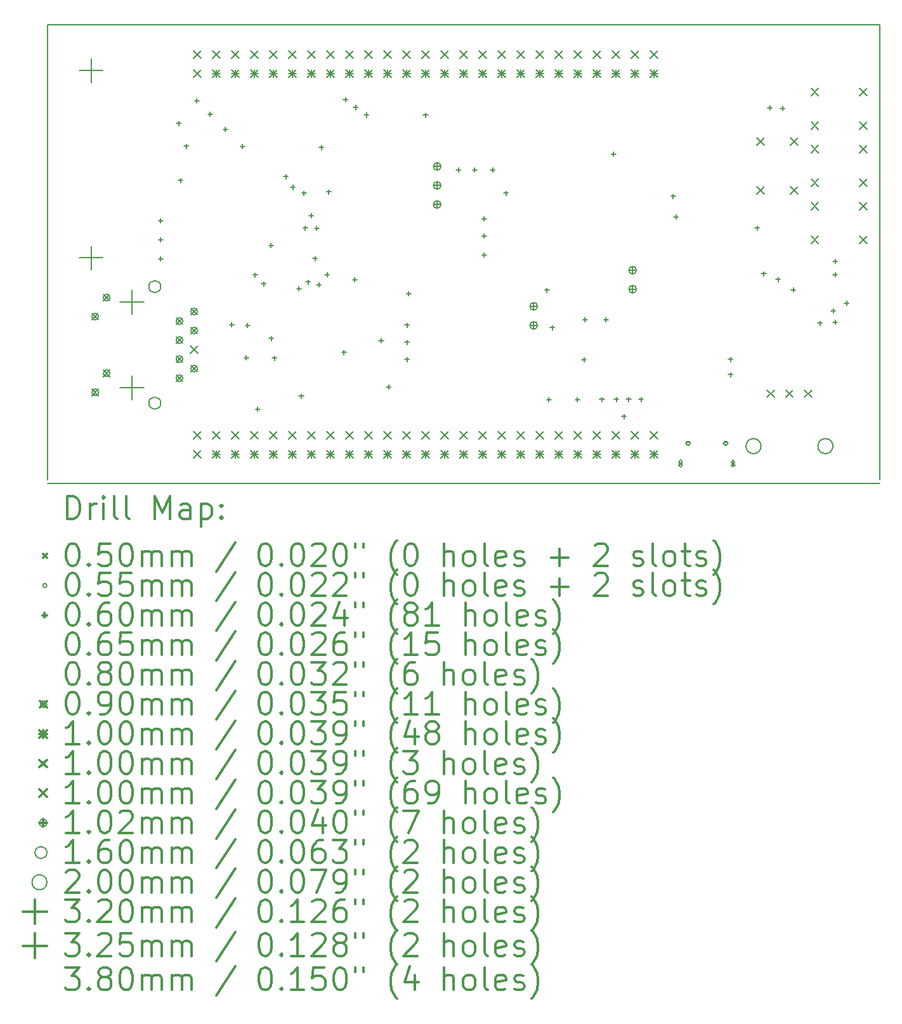
<source format=gbr>
%FSLAX45Y45*%
G04 Gerber Fmt 4.5, Leading zero omitted, Abs format (unit mm)*
G04 Created by KiCad (PCBNEW (2014-08-12 BZR 5067)-product) date mié 27 ago 2014 07:49:23 ART*
%MOMM*%
G01*
G04 APERTURE LIST*
%ADD10C,0.127000*%
%ADD11C,0.149860*%
%ADD12C,0.200000*%
%ADD13C,0.300000*%
G04 APERTURE END LIST*
D10*
D11*
X9242425Y-7013575D02*
X20354925Y-7013575D01*
X9242425Y-13084175D02*
X9242425Y-7013575D01*
X20354925Y-13134975D02*
X9242425Y-13134975D01*
X20354925Y-7013575D02*
X20354925Y-13084175D01*
D12*
X17667890Y-12845180D02*
X17717890Y-12895180D01*
X17717890Y-12845180D02*
X17667890Y-12895180D01*
X17677890Y-12837680D02*
X17677890Y-12902680D01*
X17707890Y-12837680D02*
X17707890Y-12902680D01*
X17677890Y-12902680D02*
G75*
G03X17707890Y-12902680I15000J0D01*
G74*
G01*
X17707890Y-12837680D02*
G75*
G03X17677890Y-12837680I-15000J0D01*
G74*
G01*
X18367890Y-12845180D02*
X18417890Y-12895180D01*
X18417890Y-12845180D02*
X18367890Y-12895180D01*
X18377890Y-12837680D02*
X18377890Y-12902680D01*
X18407890Y-12837680D02*
X18407890Y-12902680D01*
X18377890Y-12902680D02*
G75*
G03X18407890Y-12902680I15000J0D01*
G74*
G01*
X18407890Y-12837680D02*
G75*
G03X18377890Y-12837680I-15000J0D01*
G74*
G01*
X17820390Y-12600180D02*
G75*
G03X17820390Y-12600180I-27500J0D01*
G74*
G01*
X17777890Y-12617680D02*
X17807890Y-12617680D01*
X17777890Y-12582680D02*
X17807890Y-12582680D01*
X17807890Y-12617680D02*
G75*
G03X17807890Y-12582680I0J17500D01*
G74*
G01*
X17777890Y-12582680D02*
G75*
G03X17777890Y-12617680I0J-17500D01*
G74*
G01*
X18320390Y-12600180D02*
G75*
G03X18320390Y-12600180I-27500J0D01*
G74*
G01*
X18277890Y-12617680D02*
X18307890Y-12617680D01*
X18277890Y-12582680D02*
X18307890Y-12582680D01*
X18307890Y-12617680D02*
G75*
G03X18307890Y-12582680I0J17500D01*
G74*
G01*
X18277890Y-12582680D02*
G75*
G03X18277890Y-12617680I0J-17500D01*
G74*
G01*
X10753725Y-9599775D02*
X10753725Y-9659775D01*
X10723725Y-9629775D02*
X10783725Y-9629775D01*
X10753725Y-9853775D02*
X10753725Y-9913775D01*
X10723725Y-9883775D02*
X10783725Y-9883775D01*
X10753725Y-10107775D02*
X10753725Y-10167775D01*
X10723725Y-10137775D02*
X10783725Y-10137775D01*
X10991850Y-8301200D02*
X10991850Y-8361200D01*
X10961850Y-8331200D02*
X11021850Y-8331200D01*
X11017250Y-9063200D02*
X11017250Y-9123200D01*
X10987250Y-9093200D02*
X11047250Y-9093200D01*
X11093450Y-8606000D02*
X11093450Y-8666000D01*
X11063450Y-8636000D02*
X11123450Y-8636000D01*
X11236325Y-7999575D02*
X11236325Y-8059575D01*
X11206325Y-8029575D02*
X11266325Y-8029575D01*
X11414125Y-8177375D02*
X11414125Y-8237375D01*
X11384125Y-8207375D02*
X11444125Y-8207375D01*
X11617325Y-8380575D02*
X11617325Y-8440575D01*
X11587325Y-8410575D02*
X11647325Y-8410575D01*
X11699875Y-10987885D02*
X11699875Y-11047885D01*
X11669875Y-11017885D02*
X11729875Y-11017885D01*
X11845925Y-8609175D02*
X11845925Y-8669175D01*
X11815925Y-8639175D02*
X11875925Y-8639175D01*
X11896725Y-11428575D02*
X11896725Y-11488575D01*
X11866725Y-11458575D02*
X11926725Y-11458575D01*
X11911330Y-10996140D02*
X11911330Y-11056140D01*
X11881330Y-11026140D02*
X11941330Y-11026140D01*
X12012930Y-10323040D02*
X12012930Y-10383040D01*
X11982930Y-10353040D02*
X12042930Y-10353040D01*
X12049125Y-12114375D02*
X12049125Y-12174375D01*
X12019125Y-12144375D02*
X12079125Y-12144375D01*
X12129770Y-10442420D02*
X12129770Y-10502420D01*
X12099770Y-10472420D02*
X12159770Y-10472420D01*
X12226925Y-9929975D02*
X12226925Y-9989975D01*
X12196925Y-9959975D02*
X12256925Y-9959975D01*
X12231370Y-11171400D02*
X12231370Y-11231400D01*
X12201370Y-11201400D02*
X12261370Y-11201400D01*
X12272010Y-11430480D02*
X12272010Y-11490480D01*
X12242010Y-11460480D02*
X12302010Y-11460480D01*
X12422505Y-9010495D02*
X12422505Y-9070495D01*
X12392505Y-9040495D02*
X12452505Y-9040495D01*
X12519025Y-9152735D02*
X12519025Y-9212735D01*
X12489025Y-9182735D02*
X12549025Y-9182735D01*
X12598400Y-10504650D02*
X12598400Y-10564650D01*
X12568400Y-10534650D02*
X12628400Y-10534650D01*
X12630150Y-11939750D02*
X12630150Y-11999750D01*
X12600150Y-11969750D02*
X12660150Y-11969750D01*
X12666345Y-9231475D02*
X12666345Y-9291475D01*
X12636345Y-9261475D02*
X12696345Y-9261475D01*
X12684125Y-9695025D02*
X12684125Y-9755025D01*
X12654125Y-9725025D02*
X12714125Y-9725025D01*
X12719050Y-10415750D02*
X12719050Y-10475750D01*
X12689050Y-10445750D02*
X12749050Y-10445750D01*
X12763500Y-9533100D02*
X12763500Y-9593100D01*
X12733500Y-9563100D02*
X12793500Y-9563100D01*
X12813030Y-10102060D02*
X12813030Y-10162060D01*
X12783030Y-10132060D02*
X12843030Y-10132060D01*
X12836525Y-9701375D02*
X12836525Y-9761375D01*
X12806525Y-9731375D02*
X12866525Y-9731375D01*
X12865100Y-10453850D02*
X12865100Y-10513850D01*
X12835100Y-10483850D02*
X12895100Y-10483850D01*
X12897485Y-8621875D02*
X12897485Y-8681875D01*
X12867485Y-8651875D02*
X12927485Y-8651875D01*
X12973050Y-10317960D02*
X12973050Y-10377960D01*
X12943050Y-10347960D02*
X13003050Y-10347960D01*
X12995275Y-9212425D02*
X12995275Y-9272425D01*
X12965275Y-9242425D02*
X13025275Y-9242425D01*
X13199110Y-11356820D02*
X13199110Y-11416820D01*
X13169110Y-11386820D02*
X13229110Y-11386820D01*
X13220065Y-7981795D02*
X13220065Y-8041795D01*
X13190065Y-8011795D02*
X13250065Y-8011795D01*
X13343890Y-10386540D02*
X13343890Y-10446540D01*
X13313890Y-10416540D02*
X13373890Y-10416540D01*
X13354685Y-8085935D02*
X13354685Y-8145935D01*
X13324685Y-8115935D02*
X13384685Y-8115935D01*
X13499465Y-8187535D02*
X13499465Y-8247535D01*
X13469465Y-8217535D02*
X13529465Y-8217535D01*
X13696950Y-11199340D02*
X13696950Y-11259340D01*
X13666950Y-11229340D02*
X13726950Y-11229340D01*
X13794105Y-11817195D02*
X13794105Y-11877195D01*
X13764105Y-11847195D02*
X13824105Y-11847195D01*
X14039850Y-10993600D02*
X14039850Y-11053600D01*
X14009850Y-11023600D02*
X14069850Y-11023600D01*
X14039850Y-11222200D02*
X14039850Y-11282200D01*
X14009850Y-11252200D02*
X14069850Y-11252200D01*
X14039850Y-11450800D02*
X14039850Y-11510800D01*
X14009850Y-11480800D02*
X14069850Y-11480800D01*
X14062710Y-10574500D02*
X14062710Y-10634500D01*
X14032710Y-10604500D02*
X14092710Y-10604500D01*
X14289405Y-8190075D02*
X14289405Y-8250075D01*
X14259405Y-8220075D02*
X14319405Y-8220075D01*
X14728825Y-8920325D02*
X14728825Y-8980325D01*
X14698825Y-8950325D02*
X14758825Y-8950325D01*
X14944725Y-8920325D02*
X14944725Y-8980325D01*
X14914725Y-8950325D02*
X14974725Y-8950325D01*
X15071725Y-9574375D02*
X15071725Y-9634375D01*
X15041725Y-9604375D02*
X15101725Y-9604375D01*
X15071725Y-9802975D02*
X15071725Y-9862975D01*
X15041725Y-9832975D02*
X15101725Y-9832975D01*
X15071725Y-10056975D02*
X15071725Y-10116975D01*
X15041725Y-10086975D02*
X15101725Y-10086975D01*
X15186025Y-8920325D02*
X15186025Y-8980325D01*
X15156025Y-8950325D02*
X15216025Y-8950325D01*
X15363825Y-9231475D02*
X15363825Y-9291475D01*
X15333825Y-9261475D02*
X15393825Y-9261475D01*
X15909290Y-10526240D02*
X15909290Y-10586240D01*
X15879290Y-10556240D02*
X15939290Y-10556240D01*
X15935325Y-11987375D02*
X15935325Y-12047375D01*
X15905325Y-12017375D02*
X15965325Y-12017375D01*
X15980410Y-11026620D02*
X15980410Y-11086620D01*
X15950410Y-11056620D02*
X16010410Y-11056620D01*
X16316325Y-11987375D02*
X16316325Y-12047375D01*
X16286325Y-12017375D02*
X16346325Y-12017375D01*
X16405225Y-11453975D02*
X16405225Y-11513975D01*
X16375225Y-11483975D02*
X16435225Y-11483975D01*
X16417925Y-10920575D02*
X16417925Y-10980575D01*
X16387925Y-10950575D02*
X16447925Y-10950575D01*
X16643350Y-11984200D02*
X16643350Y-12044200D01*
X16613350Y-12014200D02*
X16673350Y-12014200D01*
X16697325Y-10920575D02*
X16697325Y-10980575D01*
X16667325Y-10950575D02*
X16727325Y-10950575D01*
X16798925Y-8710775D02*
X16798925Y-8770775D01*
X16768925Y-8740775D02*
X16828925Y-8740775D01*
X16833850Y-11984200D02*
X16833850Y-12044200D01*
X16803850Y-12014200D02*
X16863850Y-12014200D01*
X16935450Y-12212800D02*
X16935450Y-12272800D01*
X16905450Y-12242800D02*
X16965450Y-12242800D01*
X16998950Y-11984200D02*
X16998950Y-12044200D01*
X16968950Y-12014200D02*
X17028950Y-12014200D01*
X17164050Y-11984200D02*
X17164050Y-12044200D01*
X17134050Y-12014200D02*
X17194050Y-12014200D01*
X17593945Y-9274655D02*
X17593945Y-9334655D01*
X17563945Y-9304655D02*
X17623945Y-9304655D01*
X17629505Y-9546435D02*
X17629505Y-9606435D01*
X17599505Y-9576435D02*
X17659505Y-9576435D01*
X18357850Y-11450800D02*
X18357850Y-11510800D01*
X18327850Y-11480800D02*
X18387850Y-11480800D01*
X18357850Y-11654000D02*
X18357850Y-11714000D01*
X18327850Y-11684000D02*
X18387850Y-11684000D01*
X18713450Y-9698200D02*
X18713450Y-9758200D01*
X18683450Y-9728200D02*
X18743450Y-9728200D01*
X18802350Y-10307800D02*
X18802350Y-10367800D01*
X18772350Y-10337800D02*
X18832350Y-10337800D01*
X18884265Y-8091015D02*
X18884265Y-8151015D01*
X18854265Y-8121015D02*
X18914265Y-8121015D01*
X18992850Y-10384000D02*
X18992850Y-10444000D01*
X18962850Y-10414000D02*
X19022850Y-10414000D01*
X19051905Y-8098635D02*
X19051905Y-8158635D01*
X19021905Y-8128635D02*
X19081905Y-8128635D01*
X19196050Y-10523700D02*
X19196050Y-10583700D01*
X19166050Y-10553700D02*
X19226050Y-10553700D01*
X19551650Y-10968200D02*
X19551650Y-11028200D01*
X19521650Y-10998200D02*
X19581650Y-10998200D01*
X19729450Y-10803100D02*
X19729450Y-10863100D01*
X19699450Y-10833100D02*
X19759450Y-10833100D01*
X19754850Y-10142700D02*
X19754850Y-10202700D01*
X19724850Y-10172700D02*
X19784850Y-10172700D01*
X19754850Y-10320500D02*
X19754850Y-10380500D01*
X19724850Y-10350500D02*
X19784850Y-10350500D01*
X19754850Y-10955500D02*
X19754850Y-11015500D01*
X19724850Y-10985500D02*
X19784850Y-10985500D01*
X19907250Y-10701500D02*
X19907250Y-10761500D01*
X19877250Y-10731500D02*
X19937250Y-10731500D01*
X9834525Y-10863625D02*
X9924525Y-10953625D01*
X9924525Y-10863625D02*
X9834525Y-10953625D01*
X9924525Y-10908625D02*
G75*
G03X9924525Y-10908625I-45000J0D01*
G74*
G01*
X9834525Y-11874625D02*
X9924525Y-11964625D01*
X9924525Y-11874625D02*
X9834525Y-11964625D01*
X9924525Y-11919625D02*
G75*
G03X9924525Y-11919625I-45000J0D01*
G74*
G01*
X9986525Y-10609625D02*
X10076525Y-10699625D01*
X10076525Y-10609625D02*
X9986525Y-10699625D01*
X10076525Y-10654625D02*
G75*
G03X10076525Y-10654625I-45000J0D01*
G74*
G01*
X9986525Y-11620625D02*
X10076525Y-11710625D01*
X10076525Y-11620625D02*
X9986525Y-11710625D01*
X10076525Y-11665625D02*
G75*
G03X10076525Y-11665625I-45000J0D01*
G74*
G01*
X10958525Y-10924625D02*
X11048525Y-11014625D01*
X11048525Y-10924625D02*
X10958525Y-11014625D01*
X11048525Y-10969625D02*
G75*
G03X11048525Y-10969625I-45000J0D01*
G74*
G01*
X10958525Y-11178625D02*
X11048525Y-11268625D01*
X11048525Y-11178625D02*
X10958525Y-11268625D01*
X11048525Y-11223625D02*
G75*
G03X11048525Y-11223625I-45000J0D01*
G74*
G01*
X10958525Y-11432625D02*
X11048525Y-11522625D01*
X11048525Y-11432625D02*
X10958525Y-11522625D01*
X11048525Y-11477625D02*
G75*
G03X11048525Y-11477625I-45000J0D01*
G74*
G01*
X10958525Y-11686625D02*
X11048525Y-11776625D01*
X11048525Y-11686625D02*
X10958525Y-11776625D01*
X11048525Y-11731625D02*
G75*
G03X11048525Y-11731625I-45000J0D01*
G74*
G01*
X11153525Y-10797625D02*
X11243525Y-10887625D01*
X11243525Y-10797625D02*
X11153525Y-10887625D01*
X11243525Y-10842625D02*
G75*
G03X11243525Y-10842625I-45000J0D01*
G74*
G01*
X11153525Y-11051625D02*
X11243525Y-11141625D01*
X11243525Y-11051625D02*
X11153525Y-11141625D01*
X11243525Y-11096625D02*
G75*
G03X11243525Y-11096625I-45000J0D01*
G74*
G01*
X11153525Y-11559625D02*
X11243525Y-11649625D01*
X11243525Y-11559625D02*
X11153525Y-11649625D01*
X11243525Y-11604625D02*
G75*
G03X11243525Y-11604625I-45000J0D01*
G74*
G01*
X11445614Y-7617714D02*
X11545436Y-7717536D01*
X11545436Y-7617714D02*
X11445614Y-7717536D01*
X11495525Y-7617714D02*
X11495525Y-7717536D01*
X11445614Y-7667625D02*
X11545436Y-7667625D01*
X11445614Y-12697714D02*
X11545436Y-12797536D01*
X11545436Y-12697714D02*
X11445614Y-12797536D01*
X11495525Y-12697714D02*
X11495525Y-12797536D01*
X11445614Y-12747625D02*
X11545436Y-12747625D01*
X11699614Y-7617714D02*
X11799436Y-7717536D01*
X11799436Y-7617714D02*
X11699614Y-7717536D01*
X11749525Y-7617714D02*
X11749525Y-7717536D01*
X11699614Y-7667625D02*
X11799436Y-7667625D01*
X11699614Y-12697714D02*
X11799436Y-12797536D01*
X11799436Y-12697714D02*
X11699614Y-12797536D01*
X11749525Y-12697714D02*
X11749525Y-12797536D01*
X11699614Y-12747625D02*
X11799436Y-12747625D01*
X11953614Y-7617714D02*
X12053436Y-7717536D01*
X12053436Y-7617714D02*
X11953614Y-7717536D01*
X12003525Y-7617714D02*
X12003525Y-7717536D01*
X11953614Y-7667625D02*
X12053436Y-7667625D01*
X11953614Y-12697714D02*
X12053436Y-12797536D01*
X12053436Y-12697714D02*
X11953614Y-12797536D01*
X12003525Y-12697714D02*
X12003525Y-12797536D01*
X11953614Y-12747625D02*
X12053436Y-12747625D01*
X12207614Y-7617714D02*
X12307436Y-7717536D01*
X12307436Y-7617714D02*
X12207614Y-7717536D01*
X12257525Y-7617714D02*
X12257525Y-7717536D01*
X12207614Y-7667625D02*
X12307436Y-7667625D01*
X12207614Y-12697714D02*
X12307436Y-12797536D01*
X12307436Y-12697714D02*
X12207614Y-12797536D01*
X12257525Y-12697714D02*
X12257525Y-12797536D01*
X12207614Y-12747625D02*
X12307436Y-12747625D01*
X12461614Y-7617714D02*
X12561436Y-7717536D01*
X12561436Y-7617714D02*
X12461614Y-7717536D01*
X12511525Y-7617714D02*
X12511525Y-7717536D01*
X12461614Y-7667625D02*
X12561436Y-7667625D01*
X12461614Y-12697714D02*
X12561436Y-12797536D01*
X12561436Y-12697714D02*
X12461614Y-12797536D01*
X12511525Y-12697714D02*
X12511525Y-12797536D01*
X12461614Y-12747625D02*
X12561436Y-12747625D01*
X12715614Y-7617714D02*
X12815436Y-7717536D01*
X12815436Y-7617714D02*
X12715614Y-7717536D01*
X12765525Y-7617714D02*
X12765525Y-7717536D01*
X12715614Y-7667625D02*
X12815436Y-7667625D01*
X12715614Y-12697714D02*
X12815436Y-12797536D01*
X12815436Y-12697714D02*
X12715614Y-12797536D01*
X12765525Y-12697714D02*
X12765525Y-12797536D01*
X12715614Y-12747625D02*
X12815436Y-12747625D01*
X12969614Y-7617714D02*
X13069436Y-7717536D01*
X13069436Y-7617714D02*
X12969614Y-7717536D01*
X13019525Y-7617714D02*
X13019525Y-7717536D01*
X12969614Y-7667625D02*
X13069436Y-7667625D01*
X12969614Y-12697714D02*
X13069436Y-12797536D01*
X13069436Y-12697714D02*
X12969614Y-12797536D01*
X13019525Y-12697714D02*
X13019525Y-12797536D01*
X12969614Y-12747625D02*
X13069436Y-12747625D01*
X13223614Y-7617714D02*
X13323436Y-7717536D01*
X13323436Y-7617714D02*
X13223614Y-7717536D01*
X13273525Y-7617714D02*
X13273525Y-7717536D01*
X13223614Y-7667625D02*
X13323436Y-7667625D01*
X13223614Y-12697714D02*
X13323436Y-12797536D01*
X13323436Y-12697714D02*
X13223614Y-12797536D01*
X13273525Y-12697714D02*
X13273525Y-12797536D01*
X13223614Y-12747625D02*
X13323436Y-12747625D01*
X13477614Y-7617714D02*
X13577436Y-7717536D01*
X13577436Y-7617714D02*
X13477614Y-7717536D01*
X13527525Y-7617714D02*
X13527525Y-7717536D01*
X13477614Y-7667625D02*
X13577436Y-7667625D01*
X13477614Y-12697714D02*
X13577436Y-12797536D01*
X13577436Y-12697714D02*
X13477614Y-12797536D01*
X13527525Y-12697714D02*
X13527525Y-12797536D01*
X13477614Y-12747625D02*
X13577436Y-12747625D01*
X13731614Y-7617714D02*
X13831436Y-7717536D01*
X13831436Y-7617714D02*
X13731614Y-7717536D01*
X13781525Y-7617714D02*
X13781525Y-7717536D01*
X13731614Y-7667625D02*
X13831436Y-7667625D01*
X13731614Y-12697714D02*
X13831436Y-12797536D01*
X13831436Y-12697714D02*
X13731614Y-12797536D01*
X13781525Y-12697714D02*
X13781525Y-12797536D01*
X13731614Y-12747625D02*
X13831436Y-12747625D01*
X13985614Y-7617714D02*
X14085436Y-7717536D01*
X14085436Y-7617714D02*
X13985614Y-7717536D01*
X14035525Y-7617714D02*
X14035525Y-7717536D01*
X13985614Y-7667625D02*
X14085436Y-7667625D01*
X13985614Y-12697714D02*
X14085436Y-12797536D01*
X14085436Y-12697714D02*
X13985614Y-12797536D01*
X14035525Y-12697714D02*
X14035525Y-12797536D01*
X13985614Y-12747625D02*
X14085436Y-12747625D01*
X14239614Y-7617714D02*
X14339436Y-7717536D01*
X14339436Y-7617714D02*
X14239614Y-7717536D01*
X14289525Y-7617714D02*
X14289525Y-7717536D01*
X14239614Y-7667625D02*
X14339436Y-7667625D01*
X14239614Y-12697714D02*
X14339436Y-12797536D01*
X14339436Y-12697714D02*
X14239614Y-12797536D01*
X14289525Y-12697714D02*
X14289525Y-12797536D01*
X14239614Y-12747625D02*
X14339436Y-12747625D01*
X14493614Y-7617714D02*
X14593436Y-7717536D01*
X14593436Y-7617714D02*
X14493614Y-7717536D01*
X14543525Y-7617714D02*
X14543525Y-7717536D01*
X14493614Y-7667625D02*
X14593436Y-7667625D01*
X14493614Y-12697714D02*
X14593436Y-12797536D01*
X14593436Y-12697714D02*
X14493614Y-12797536D01*
X14543525Y-12697714D02*
X14543525Y-12797536D01*
X14493614Y-12747625D02*
X14593436Y-12747625D01*
X14747614Y-7617714D02*
X14847436Y-7717536D01*
X14847436Y-7617714D02*
X14747614Y-7717536D01*
X14797525Y-7617714D02*
X14797525Y-7717536D01*
X14747614Y-7667625D02*
X14847436Y-7667625D01*
X14747614Y-12697714D02*
X14847436Y-12797536D01*
X14847436Y-12697714D02*
X14747614Y-12797536D01*
X14797525Y-12697714D02*
X14797525Y-12797536D01*
X14747614Y-12747625D02*
X14847436Y-12747625D01*
X15001614Y-7617714D02*
X15101436Y-7717536D01*
X15101436Y-7617714D02*
X15001614Y-7717536D01*
X15051525Y-7617714D02*
X15051525Y-7717536D01*
X15001614Y-7667625D02*
X15101436Y-7667625D01*
X15001614Y-12697714D02*
X15101436Y-12797536D01*
X15101436Y-12697714D02*
X15001614Y-12797536D01*
X15051525Y-12697714D02*
X15051525Y-12797536D01*
X15001614Y-12747625D02*
X15101436Y-12747625D01*
X15255614Y-7617714D02*
X15355436Y-7717536D01*
X15355436Y-7617714D02*
X15255614Y-7717536D01*
X15305525Y-7617714D02*
X15305525Y-7717536D01*
X15255614Y-7667625D02*
X15355436Y-7667625D01*
X15255614Y-12697714D02*
X15355436Y-12797536D01*
X15355436Y-12697714D02*
X15255614Y-12797536D01*
X15305525Y-12697714D02*
X15305525Y-12797536D01*
X15255614Y-12747625D02*
X15355436Y-12747625D01*
X15509614Y-7617714D02*
X15609436Y-7717536D01*
X15609436Y-7617714D02*
X15509614Y-7717536D01*
X15559525Y-7617714D02*
X15559525Y-7717536D01*
X15509614Y-7667625D02*
X15609436Y-7667625D01*
X15509614Y-12697714D02*
X15609436Y-12797536D01*
X15609436Y-12697714D02*
X15509614Y-12797536D01*
X15559525Y-12697714D02*
X15559525Y-12797536D01*
X15509614Y-12747625D02*
X15609436Y-12747625D01*
X15763614Y-7617714D02*
X15863436Y-7717536D01*
X15863436Y-7617714D02*
X15763614Y-7717536D01*
X15813525Y-7617714D02*
X15813525Y-7717536D01*
X15763614Y-7667625D02*
X15863436Y-7667625D01*
X15763614Y-12697714D02*
X15863436Y-12797536D01*
X15863436Y-12697714D02*
X15763614Y-12797536D01*
X15813525Y-12697714D02*
X15813525Y-12797536D01*
X15763614Y-12747625D02*
X15863436Y-12747625D01*
X16017614Y-7617714D02*
X16117436Y-7717536D01*
X16117436Y-7617714D02*
X16017614Y-7717536D01*
X16067525Y-7617714D02*
X16067525Y-7717536D01*
X16017614Y-7667625D02*
X16117436Y-7667625D01*
X16017614Y-12697714D02*
X16117436Y-12797536D01*
X16117436Y-12697714D02*
X16017614Y-12797536D01*
X16067525Y-12697714D02*
X16067525Y-12797536D01*
X16017614Y-12747625D02*
X16117436Y-12747625D01*
X16271614Y-7617714D02*
X16371436Y-7717536D01*
X16371436Y-7617714D02*
X16271614Y-7717536D01*
X16321525Y-7617714D02*
X16321525Y-7717536D01*
X16271614Y-7667625D02*
X16371436Y-7667625D01*
X16271614Y-12697714D02*
X16371436Y-12797536D01*
X16371436Y-12697714D02*
X16271614Y-12797536D01*
X16321525Y-12697714D02*
X16321525Y-12797536D01*
X16271614Y-12747625D02*
X16371436Y-12747625D01*
X16525614Y-7617714D02*
X16625436Y-7717536D01*
X16625436Y-7617714D02*
X16525614Y-7717536D01*
X16575525Y-7617714D02*
X16575525Y-7717536D01*
X16525614Y-7667625D02*
X16625436Y-7667625D01*
X16525614Y-12697714D02*
X16625436Y-12797536D01*
X16625436Y-12697714D02*
X16525614Y-12797536D01*
X16575525Y-12697714D02*
X16575525Y-12797536D01*
X16525614Y-12747625D02*
X16625436Y-12747625D01*
X16779614Y-7617714D02*
X16879436Y-7717536D01*
X16879436Y-7617714D02*
X16779614Y-7717536D01*
X16829525Y-7617714D02*
X16829525Y-7717536D01*
X16779614Y-7667625D02*
X16879436Y-7667625D01*
X16779614Y-12697714D02*
X16879436Y-12797536D01*
X16879436Y-12697714D02*
X16779614Y-12797536D01*
X16829525Y-12697714D02*
X16829525Y-12797536D01*
X16779614Y-12747625D02*
X16879436Y-12747625D01*
X17033614Y-7617714D02*
X17133436Y-7717536D01*
X17133436Y-7617714D02*
X17033614Y-7717536D01*
X17083525Y-7617714D02*
X17083525Y-7717536D01*
X17033614Y-7667625D02*
X17133436Y-7667625D01*
X17033614Y-12697714D02*
X17133436Y-12797536D01*
X17133436Y-12697714D02*
X17033614Y-12797536D01*
X17083525Y-12697714D02*
X17083525Y-12797536D01*
X17033614Y-12747625D02*
X17133436Y-12747625D01*
X17287614Y-7617714D02*
X17387436Y-7717536D01*
X17387436Y-7617714D02*
X17287614Y-7717536D01*
X17337525Y-7617714D02*
X17337525Y-7717536D01*
X17287614Y-7667625D02*
X17387436Y-7667625D01*
X17287614Y-12697714D02*
X17387436Y-12797536D01*
X17387436Y-12697714D02*
X17287614Y-12797536D01*
X17337525Y-12697714D02*
X17337525Y-12797536D01*
X17287614Y-12747625D02*
X17387436Y-12747625D01*
X18845250Y-11888000D02*
X18945250Y-11988000D01*
X18945250Y-11888000D02*
X18845250Y-11988000D01*
X19095250Y-11888000D02*
X19195250Y-11988000D01*
X19195250Y-11888000D02*
X19095250Y-11988000D01*
X19345250Y-11888000D02*
X19445250Y-11988000D01*
X19445250Y-11888000D02*
X19345250Y-11988000D01*
X11148487Y-11300587D02*
X11248563Y-11400663D01*
X11248563Y-11300587D02*
X11148487Y-11400663D01*
X11191487Y-7363587D02*
X11291563Y-7463663D01*
X11291563Y-7363587D02*
X11191487Y-7463663D01*
X11191487Y-7617587D02*
X11291563Y-7717663D01*
X11291563Y-7617587D02*
X11191487Y-7717663D01*
X11191487Y-12443587D02*
X11291563Y-12543663D01*
X11291563Y-12443587D02*
X11191487Y-12543663D01*
X11191487Y-12697587D02*
X11291563Y-12797663D01*
X11291563Y-12697587D02*
X11191487Y-12797663D01*
X11445487Y-7363587D02*
X11545563Y-7463663D01*
X11545563Y-7363587D02*
X11445487Y-7463663D01*
X11445487Y-12443587D02*
X11545563Y-12543663D01*
X11545563Y-12443587D02*
X11445487Y-12543663D01*
X11699487Y-7363587D02*
X11799563Y-7463663D01*
X11799563Y-7363587D02*
X11699487Y-7463663D01*
X11699487Y-12443587D02*
X11799563Y-12543663D01*
X11799563Y-12443587D02*
X11699487Y-12543663D01*
X11953487Y-7363587D02*
X12053563Y-7463663D01*
X12053563Y-7363587D02*
X11953487Y-7463663D01*
X11953487Y-12443587D02*
X12053563Y-12543663D01*
X12053563Y-12443587D02*
X11953487Y-12543663D01*
X12207487Y-7363587D02*
X12307563Y-7463663D01*
X12307563Y-7363587D02*
X12207487Y-7463663D01*
X12207487Y-12443587D02*
X12307563Y-12543663D01*
X12307563Y-12443587D02*
X12207487Y-12543663D01*
X12461487Y-7363587D02*
X12561563Y-7463663D01*
X12561563Y-7363587D02*
X12461487Y-7463663D01*
X12461487Y-12443587D02*
X12561563Y-12543663D01*
X12561563Y-12443587D02*
X12461487Y-12543663D01*
X12715487Y-7363587D02*
X12815563Y-7463663D01*
X12815563Y-7363587D02*
X12715487Y-7463663D01*
X12715487Y-12443587D02*
X12815563Y-12543663D01*
X12815563Y-12443587D02*
X12715487Y-12543663D01*
X12969487Y-7363587D02*
X13069563Y-7463663D01*
X13069563Y-7363587D02*
X12969487Y-7463663D01*
X12969487Y-12443587D02*
X13069563Y-12543663D01*
X13069563Y-12443587D02*
X12969487Y-12543663D01*
X13223487Y-7363587D02*
X13323563Y-7463663D01*
X13323563Y-7363587D02*
X13223487Y-7463663D01*
X13223487Y-12443587D02*
X13323563Y-12543663D01*
X13323563Y-12443587D02*
X13223487Y-12543663D01*
X13477487Y-7363587D02*
X13577563Y-7463663D01*
X13577563Y-7363587D02*
X13477487Y-7463663D01*
X13477487Y-12443587D02*
X13577563Y-12543663D01*
X13577563Y-12443587D02*
X13477487Y-12543663D01*
X13731487Y-7363587D02*
X13831563Y-7463663D01*
X13831563Y-7363587D02*
X13731487Y-7463663D01*
X13731487Y-12443587D02*
X13831563Y-12543663D01*
X13831563Y-12443587D02*
X13731487Y-12543663D01*
X13985487Y-7363587D02*
X14085563Y-7463663D01*
X14085563Y-7363587D02*
X13985487Y-7463663D01*
X13985487Y-12443587D02*
X14085563Y-12543663D01*
X14085563Y-12443587D02*
X13985487Y-12543663D01*
X14239487Y-7363587D02*
X14339563Y-7463663D01*
X14339563Y-7363587D02*
X14239487Y-7463663D01*
X14239487Y-12443587D02*
X14339563Y-12543663D01*
X14339563Y-12443587D02*
X14239487Y-12543663D01*
X14493487Y-7363587D02*
X14593563Y-7463663D01*
X14593563Y-7363587D02*
X14493487Y-7463663D01*
X14493487Y-12443587D02*
X14593563Y-12543663D01*
X14593563Y-12443587D02*
X14493487Y-12543663D01*
X14747487Y-7363587D02*
X14847563Y-7463663D01*
X14847563Y-7363587D02*
X14747487Y-7463663D01*
X14747487Y-12443587D02*
X14847563Y-12543663D01*
X14847563Y-12443587D02*
X14747487Y-12543663D01*
X15001487Y-7363587D02*
X15101563Y-7463663D01*
X15101563Y-7363587D02*
X15001487Y-7463663D01*
X15001487Y-12443587D02*
X15101563Y-12543663D01*
X15101563Y-12443587D02*
X15001487Y-12543663D01*
X15255487Y-7363587D02*
X15355563Y-7463663D01*
X15355563Y-7363587D02*
X15255487Y-7463663D01*
X15255487Y-12443587D02*
X15355563Y-12543663D01*
X15355563Y-12443587D02*
X15255487Y-12543663D01*
X15509487Y-7363587D02*
X15609563Y-7463663D01*
X15609563Y-7363587D02*
X15509487Y-7463663D01*
X15509487Y-12443587D02*
X15609563Y-12543663D01*
X15609563Y-12443587D02*
X15509487Y-12543663D01*
X15763487Y-7363587D02*
X15863563Y-7463663D01*
X15863563Y-7363587D02*
X15763487Y-7463663D01*
X15763487Y-12443587D02*
X15863563Y-12543663D01*
X15863563Y-12443587D02*
X15763487Y-12543663D01*
X16017487Y-7363587D02*
X16117563Y-7463663D01*
X16117563Y-7363587D02*
X16017487Y-7463663D01*
X16017487Y-12443587D02*
X16117563Y-12543663D01*
X16117563Y-12443587D02*
X16017487Y-12543663D01*
X16271487Y-7363587D02*
X16371563Y-7463663D01*
X16371563Y-7363587D02*
X16271487Y-7463663D01*
X16271487Y-12443587D02*
X16371563Y-12543663D01*
X16371563Y-12443587D02*
X16271487Y-12543663D01*
X16525487Y-7363587D02*
X16625563Y-7463663D01*
X16625563Y-7363587D02*
X16525487Y-7463663D01*
X16525487Y-12443587D02*
X16625563Y-12543663D01*
X16625563Y-12443587D02*
X16525487Y-12543663D01*
X16779487Y-7363587D02*
X16879563Y-7463663D01*
X16879563Y-7363587D02*
X16779487Y-7463663D01*
X16779487Y-12443587D02*
X16879563Y-12543663D01*
X16879563Y-12443587D02*
X16779487Y-12543663D01*
X17033487Y-7363587D02*
X17133563Y-7463663D01*
X17133563Y-7363587D02*
X17033487Y-7463663D01*
X17033487Y-12443587D02*
X17133563Y-12543663D01*
X17133563Y-12443587D02*
X17033487Y-12543663D01*
X17287487Y-7363587D02*
X17387563Y-7463663D01*
X17387563Y-7363587D02*
X17287487Y-7463663D01*
X17287487Y-12443587D02*
X17387563Y-12543663D01*
X17387563Y-12443587D02*
X17287487Y-12543663D01*
X18708243Y-8524367D02*
X18808319Y-8624443D01*
X18808319Y-8524367D02*
X18708243Y-8624443D01*
X18708243Y-9174607D02*
X18808319Y-9274683D01*
X18808319Y-9174607D02*
X18708243Y-9274683D01*
X19158331Y-8524367D02*
X19258407Y-8624443D01*
X19258407Y-8524367D02*
X19158331Y-8624443D01*
X19158331Y-9174607D02*
X19258407Y-9274683D01*
X19258407Y-9174607D02*
X19158331Y-9274683D01*
X19433667Y-7862443D02*
X19533743Y-7962519D01*
X19533743Y-7862443D02*
X19433667Y-7962519D01*
X19433667Y-8312531D02*
X19533743Y-8412607D01*
X19533743Y-8312531D02*
X19433667Y-8412607D01*
X19433667Y-8624443D02*
X19533743Y-8724519D01*
X19533743Y-8624443D02*
X19433667Y-8724519D01*
X19433667Y-9074531D02*
X19533743Y-9174607D01*
X19533743Y-9074531D02*
X19433667Y-9174607D01*
X19433667Y-9386443D02*
X19533743Y-9486519D01*
X19533743Y-9386443D02*
X19433667Y-9486519D01*
X19433667Y-9836531D02*
X19533743Y-9936607D01*
X19533743Y-9836531D02*
X19433667Y-9936607D01*
X20083907Y-7862443D02*
X20183983Y-7962519D01*
X20183983Y-7862443D02*
X20083907Y-7962519D01*
X20083907Y-8312531D02*
X20183983Y-8412607D01*
X20183983Y-8312531D02*
X20083907Y-8412607D01*
X20083907Y-8624443D02*
X20183983Y-8724519D01*
X20183983Y-8624443D02*
X20083907Y-8724519D01*
X20083907Y-9074531D02*
X20183983Y-9174607D01*
X20183983Y-9074531D02*
X20083907Y-9174607D01*
X20083907Y-9386443D02*
X20183983Y-9486519D01*
X20183983Y-9386443D02*
X20083907Y-9486519D01*
X20083907Y-9836531D02*
X20183983Y-9936607D01*
X20183983Y-9836531D02*
X20083907Y-9936607D01*
X14443075Y-8855075D02*
X14443075Y-8956675D01*
X14392275Y-8905875D02*
X14493875Y-8905875D01*
X14493875Y-8905875D02*
G75*
G03X14493875Y-8905875I-50800J0D01*
G74*
G01*
X14443075Y-9109075D02*
X14443075Y-9210675D01*
X14392275Y-9159875D02*
X14493875Y-9159875D01*
X14493875Y-9159875D02*
G75*
G03X14493875Y-9159875I-50800J0D01*
G74*
G01*
X14443075Y-9363075D02*
X14443075Y-9464675D01*
X14392275Y-9413875D02*
X14493875Y-9413875D01*
X14493875Y-9413875D02*
G75*
G03X14493875Y-9413875I-50800J0D01*
G74*
G01*
X15732125Y-10721975D02*
X15732125Y-10823575D01*
X15681325Y-10772775D02*
X15782925Y-10772775D01*
X15782925Y-10772775D02*
G75*
G03X15782925Y-10772775I-50800J0D01*
G74*
G01*
X15732125Y-10975975D02*
X15732125Y-11077575D01*
X15681325Y-11026775D02*
X15782925Y-11026775D01*
X15782925Y-11026775D02*
G75*
G03X15782925Y-11026775I-50800J0D01*
G74*
G01*
X17052925Y-10239375D02*
X17052925Y-10340975D01*
X17002125Y-10290175D02*
X17103725Y-10290175D01*
X17103725Y-10290175D02*
G75*
G03X17103725Y-10290175I-50800J0D01*
G74*
G01*
X17052925Y-10493375D02*
X17052925Y-10594975D01*
X17002125Y-10544175D02*
X17103725Y-10544175D01*
X17103725Y-10544175D02*
G75*
G03X17103725Y-10544175I-50800J0D01*
G74*
G01*
X10754525Y-10509625D02*
G75*
G03X10754525Y-10509625I-80000J0D01*
G74*
G01*
X10754525Y-12064625D02*
G75*
G03X10754525Y-12064625I-80000J0D01*
G74*
G01*
X18765250Y-12638000D02*
G75*
G03X18765250Y-12638000I-100000J0D01*
G74*
G01*
X19725250Y-12638000D02*
G75*
G03X19725250Y-12638000I-100000J0D01*
G74*
G01*
X9823450Y-7467180D02*
X9823450Y-7787220D01*
X9663430Y-7627200D02*
X9983470Y-7627200D01*
X9823450Y-9966180D02*
X9823450Y-10286220D01*
X9663430Y-10126200D02*
X9983470Y-10126200D01*
X10369525Y-10553125D02*
X10369525Y-10878125D01*
X10207025Y-10715625D02*
X10532025Y-10715625D01*
X10369525Y-11696125D02*
X10369525Y-12021125D01*
X10207025Y-11858625D02*
X10532025Y-11858625D01*
D13*
X9506361Y-13608182D02*
X9506361Y-13308182D01*
X9577789Y-13308182D01*
X9620646Y-13322468D01*
X9649218Y-13351039D01*
X9663503Y-13379611D01*
X9677789Y-13436754D01*
X9677789Y-13479611D01*
X9663503Y-13536754D01*
X9649218Y-13565325D01*
X9620646Y-13593897D01*
X9577789Y-13608182D01*
X9506361Y-13608182D01*
X9806361Y-13608182D02*
X9806361Y-13408182D01*
X9806361Y-13465325D02*
X9820646Y-13436754D01*
X9834932Y-13422468D01*
X9863503Y-13408182D01*
X9892075Y-13408182D01*
X9992075Y-13608182D02*
X9992075Y-13408182D01*
X9992075Y-13308182D02*
X9977789Y-13322468D01*
X9992075Y-13336754D01*
X10006361Y-13322468D01*
X9992075Y-13308182D01*
X9992075Y-13336754D01*
X10177789Y-13608182D02*
X10149218Y-13593897D01*
X10134932Y-13565325D01*
X10134932Y-13308182D01*
X10334932Y-13608182D02*
X10306361Y-13593897D01*
X10292075Y-13565325D01*
X10292075Y-13308182D01*
X10677789Y-13608182D02*
X10677789Y-13308182D01*
X10777789Y-13522468D01*
X10877789Y-13308182D01*
X10877789Y-13608182D01*
X11149218Y-13608182D02*
X11149218Y-13451039D01*
X11134932Y-13422468D01*
X11106361Y-13408182D01*
X11049218Y-13408182D01*
X11020646Y-13422468D01*
X11149218Y-13593897D02*
X11120646Y-13608182D01*
X11049218Y-13608182D01*
X11020646Y-13593897D01*
X11006361Y-13565325D01*
X11006361Y-13536754D01*
X11020646Y-13508182D01*
X11049218Y-13493897D01*
X11120646Y-13493897D01*
X11149218Y-13479611D01*
X11292075Y-13408182D02*
X11292075Y-13708182D01*
X11292075Y-13422468D02*
X11320646Y-13408182D01*
X11377789Y-13408182D01*
X11406360Y-13422468D01*
X11420646Y-13436754D01*
X11434932Y-13465325D01*
X11434932Y-13551039D01*
X11420646Y-13579611D01*
X11406360Y-13593897D01*
X11377789Y-13608182D01*
X11320646Y-13608182D01*
X11292075Y-13593897D01*
X11563503Y-13579611D02*
X11577789Y-13593897D01*
X11563503Y-13608182D01*
X11549218Y-13593897D01*
X11563503Y-13579611D01*
X11563503Y-13608182D01*
X11563503Y-13422468D02*
X11577789Y-13436754D01*
X11563503Y-13451039D01*
X11549218Y-13436754D01*
X11563503Y-13422468D01*
X11563503Y-13451039D01*
X9184932Y-14077468D02*
X9234932Y-14127468D01*
X9234932Y-14077468D02*
X9184932Y-14127468D01*
X9563503Y-13938182D02*
X9592075Y-13938182D01*
X9620646Y-13952468D01*
X9634932Y-13966754D01*
X9649218Y-13995325D01*
X9663503Y-14052468D01*
X9663503Y-14123897D01*
X9649218Y-14181039D01*
X9634932Y-14209611D01*
X9620646Y-14223897D01*
X9592075Y-14238182D01*
X9563503Y-14238182D01*
X9534932Y-14223897D01*
X9520646Y-14209611D01*
X9506361Y-14181039D01*
X9492075Y-14123897D01*
X9492075Y-14052468D01*
X9506361Y-13995325D01*
X9520646Y-13966754D01*
X9534932Y-13952468D01*
X9563503Y-13938182D01*
X9792075Y-14209611D02*
X9806361Y-14223897D01*
X9792075Y-14238182D01*
X9777789Y-14223897D01*
X9792075Y-14209611D01*
X9792075Y-14238182D01*
X10077789Y-13938182D02*
X9934932Y-13938182D01*
X9920646Y-14081039D01*
X9934932Y-14066754D01*
X9963503Y-14052468D01*
X10034932Y-14052468D01*
X10063503Y-14066754D01*
X10077789Y-14081039D01*
X10092075Y-14109611D01*
X10092075Y-14181039D01*
X10077789Y-14209611D01*
X10063503Y-14223897D01*
X10034932Y-14238182D01*
X9963503Y-14238182D01*
X9934932Y-14223897D01*
X9920646Y-14209611D01*
X10277789Y-13938182D02*
X10306361Y-13938182D01*
X10334932Y-13952468D01*
X10349218Y-13966754D01*
X10363503Y-13995325D01*
X10377789Y-14052468D01*
X10377789Y-14123897D01*
X10363503Y-14181039D01*
X10349218Y-14209611D01*
X10334932Y-14223897D01*
X10306361Y-14238182D01*
X10277789Y-14238182D01*
X10249218Y-14223897D01*
X10234932Y-14209611D01*
X10220646Y-14181039D01*
X10206361Y-14123897D01*
X10206361Y-14052468D01*
X10220646Y-13995325D01*
X10234932Y-13966754D01*
X10249218Y-13952468D01*
X10277789Y-13938182D01*
X10506361Y-14238182D02*
X10506361Y-14038182D01*
X10506361Y-14066754D02*
X10520646Y-14052468D01*
X10549218Y-14038182D01*
X10592075Y-14038182D01*
X10620646Y-14052468D01*
X10634932Y-14081039D01*
X10634932Y-14238182D01*
X10634932Y-14081039D02*
X10649218Y-14052468D01*
X10677789Y-14038182D01*
X10720646Y-14038182D01*
X10749218Y-14052468D01*
X10763503Y-14081039D01*
X10763503Y-14238182D01*
X10906361Y-14238182D02*
X10906361Y-14038182D01*
X10906361Y-14066754D02*
X10920646Y-14052468D01*
X10949218Y-14038182D01*
X10992075Y-14038182D01*
X11020646Y-14052468D01*
X11034932Y-14081039D01*
X11034932Y-14238182D01*
X11034932Y-14081039D02*
X11049218Y-14052468D01*
X11077789Y-14038182D01*
X11120646Y-14038182D01*
X11149218Y-14052468D01*
X11163503Y-14081039D01*
X11163503Y-14238182D01*
X11749218Y-13923897D02*
X11492075Y-14309611D01*
X12134932Y-13938182D02*
X12163503Y-13938182D01*
X12192075Y-13952468D01*
X12206360Y-13966754D01*
X12220646Y-13995325D01*
X12234932Y-14052468D01*
X12234932Y-14123897D01*
X12220646Y-14181039D01*
X12206360Y-14209611D01*
X12192075Y-14223897D01*
X12163503Y-14238182D01*
X12134932Y-14238182D01*
X12106360Y-14223897D01*
X12092075Y-14209611D01*
X12077789Y-14181039D01*
X12063503Y-14123897D01*
X12063503Y-14052468D01*
X12077789Y-13995325D01*
X12092075Y-13966754D01*
X12106360Y-13952468D01*
X12134932Y-13938182D01*
X12363503Y-14209611D02*
X12377789Y-14223897D01*
X12363503Y-14238182D01*
X12349218Y-14223897D01*
X12363503Y-14209611D01*
X12363503Y-14238182D01*
X12563503Y-13938182D02*
X12592075Y-13938182D01*
X12620646Y-13952468D01*
X12634932Y-13966754D01*
X12649217Y-13995325D01*
X12663503Y-14052468D01*
X12663503Y-14123897D01*
X12649217Y-14181039D01*
X12634932Y-14209611D01*
X12620646Y-14223897D01*
X12592075Y-14238182D01*
X12563503Y-14238182D01*
X12534932Y-14223897D01*
X12520646Y-14209611D01*
X12506360Y-14181039D01*
X12492075Y-14123897D01*
X12492075Y-14052468D01*
X12506360Y-13995325D01*
X12520646Y-13966754D01*
X12534932Y-13952468D01*
X12563503Y-13938182D01*
X12777789Y-13966754D02*
X12792075Y-13952468D01*
X12820646Y-13938182D01*
X12892075Y-13938182D01*
X12920646Y-13952468D01*
X12934932Y-13966754D01*
X12949217Y-13995325D01*
X12949217Y-14023897D01*
X12934932Y-14066754D01*
X12763503Y-14238182D01*
X12949217Y-14238182D01*
X13134932Y-13938182D02*
X13163503Y-13938182D01*
X13192075Y-13952468D01*
X13206360Y-13966754D01*
X13220646Y-13995325D01*
X13234932Y-14052468D01*
X13234932Y-14123897D01*
X13220646Y-14181039D01*
X13206360Y-14209611D01*
X13192075Y-14223897D01*
X13163503Y-14238182D01*
X13134932Y-14238182D01*
X13106360Y-14223897D01*
X13092075Y-14209611D01*
X13077789Y-14181039D01*
X13063503Y-14123897D01*
X13063503Y-14052468D01*
X13077789Y-13995325D01*
X13092075Y-13966754D01*
X13106360Y-13952468D01*
X13134932Y-13938182D01*
X13349218Y-13938182D02*
X13349218Y-13995325D01*
X13463503Y-13938182D02*
X13463503Y-13995325D01*
X13906360Y-14352468D02*
X13892075Y-14338182D01*
X13863503Y-14295325D01*
X13849217Y-14266754D01*
X13834932Y-14223897D01*
X13820646Y-14152468D01*
X13820646Y-14095325D01*
X13834932Y-14023897D01*
X13849217Y-13981039D01*
X13863503Y-13952468D01*
X13892075Y-13909611D01*
X13906360Y-13895325D01*
X14077789Y-13938182D02*
X14106360Y-13938182D01*
X14134932Y-13952468D01*
X14149217Y-13966754D01*
X14163503Y-13995325D01*
X14177789Y-14052468D01*
X14177789Y-14123897D01*
X14163503Y-14181039D01*
X14149217Y-14209611D01*
X14134932Y-14223897D01*
X14106360Y-14238182D01*
X14077789Y-14238182D01*
X14049217Y-14223897D01*
X14034932Y-14209611D01*
X14020646Y-14181039D01*
X14006360Y-14123897D01*
X14006360Y-14052468D01*
X14020646Y-13995325D01*
X14034932Y-13966754D01*
X14049217Y-13952468D01*
X14077789Y-13938182D01*
X14534932Y-14238182D02*
X14534932Y-13938182D01*
X14663503Y-14238182D02*
X14663503Y-14081039D01*
X14649217Y-14052468D01*
X14620646Y-14038182D01*
X14577789Y-14038182D01*
X14549217Y-14052468D01*
X14534932Y-14066754D01*
X14849217Y-14238182D02*
X14820646Y-14223897D01*
X14806360Y-14209611D01*
X14792075Y-14181039D01*
X14792075Y-14095325D01*
X14806360Y-14066754D01*
X14820646Y-14052468D01*
X14849217Y-14038182D01*
X14892075Y-14038182D01*
X14920646Y-14052468D01*
X14934932Y-14066754D01*
X14949217Y-14095325D01*
X14949217Y-14181039D01*
X14934932Y-14209611D01*
X14920646Y-14223897D01*
X14892075Y-14238182D01*
X14849217Y-14238182D01*
X15120646Y-14238182D02*
X15092075Y-14223897D01*
X15077789Y-14195325D01*
X15077789Y-13938182D01*
X15349218Y-14223897D02*
X15320646Y-14238182D01*
X15263503Y-14238182D01*
X15234932Y-14223897D01*
X15220646Y-14195325D01*
X15220646Y-14081039D01*
X15234932Y-14052468D01*
X15263503Y-14038182D01*
X15320646Y-14038182D01*
X15349218Y-14052468D01*
X15363503Y-14081039D01*
X15363503Y-14109611D01*
X15220646Y-14138182D01*
X15477789Y-14223897D02*
X15506360Y-14238182D01*
X15563503Y-14238182D01*
X15592075Y-14223897D01*
X15606360Y-14195325D01*
X15606360Y-14181039D01*
X15592075Y-14152468D01*
X15563503Y-14138182D01*
X15520646Y-14138182D01*
X15492075Y-14123897D01*
X15477789Y-14095325D01*
X15477789Y-14081039D01*
X15492075Y-14052468D01*
X15520646Y-14038182D01*
X15563503Y-14038182D01*
X15592075Y-14052468D01*
X15963503Y-14123897D02*
X16192075Y-14123897D01*
X16077789Y-14238182D02*
X16077789Y-14009611D01*
X16549218Y-13966754D02*
X16563503Y-13952468D01*
X16592075Y-13938182D01*
X16663503Y-13938182D01*
X16692075Y-13952468D01*
X16706360Y-13966754D01*
X16720646Y-13995325D01*
X16720646Y-14023897D01*
X16706360Y-14066754D01*
X16534932Y-14238182D01*
X16720646Y-14238182D01*
X17063503Y-14223897D02*
X17092075Y-14238182D01*
X17149218Y-14238182D01*
X17177789Y-14223897D01*
X17192075Y-14195325D01*
X17192075Y-14181039D01*
X17177789Y-14152468D01*
X17149218Y-14138182D01*
X17106360Y-14138182D01*
X17077789Y-14123897D01*
X17063503Y-14095325D01*
X17063503Y-14081039D01*
X17077789Y-14052468D01*
X17106360Y-14038182D01*
X17149218Y-14038182D01*
X17177789Y-14052468D01*
X17363503Y-14238182D02*
X17334932Y-14223897D01*
X17320646Y-14195325D01*
X17320646Y-13938182D01*
X17520646Y-14238182D02*
X17492075Y-14223897D01*
X17477789Y-14209611D01*
X17463503Y-14181039D01*
X17463503Y-14095325D01*
X17477789Y-14066754D01*
X17492075Y-14052468D01*
X17520646Y-14038182D01*
X17563503Y-14038182D01*
X17592075Y-14052468D01*
X17606360Y-14066754D01*
X17620646Y-14095325D01*
X17620646Y-14181039D01*
X17606360Y-14209611D01*
X17592075Y-14223897D01*
X17563503Y-14238182D01*
X17520646Y-14238182D01*
X17706360Y-14038182D02*
X17820646Y-14038182D01*
X17749218Y-13938182D02*
X17749218Y-14195325D01*
X17763503Y-14223897D01*
X17792075Y-14238182D01*
X17820646Y-14238182D01*
X17906361Y-14223897D02*
X17934932Y-14238182D01*
X17992075Y-14238182D01*
X18020646Y-14223897D01*
X18034932Y-14195325D01*
X18034932Y-14181039D01*
X18020646Y-14152468D01*
X17992075Y-14138182D01*
X17949218Y-14138182D01*
X17920646Y-14123897D01*
X17906361Y-14095325D01*
X17906361Y-14081039D01*
X17920646Y-14052468D01*
X17949218Y-14038182D01*
X17992075Y-14038182D01*
X18020646Y-14052468D01*
X18134932Y-14352468D02*
X18149218Y-14338182D01*
X18177789Y-14295325D01*
X18192075Y-14266754D01*
X18206360Y-14223897D01*
X18220646Y-14152468D01*
X18220646Y-14095325D01*
X18206360Y-14023897D01*
X18192075Y-13981039D01*
X18177789Y-13952468D01*
X18149218Y-13909611D01*
X18134932Y-13895325D01*
D12*
X9234932Y-14498468D02*
G75*
G03X9234932Y-14498468I-27500J0D01*
G74*
G01*
D13*
X9563503Y-14334182D02*
X9592075Y-14334182D01*
X9620646Y-14348468D01*
X9634932Y-14362754D01*
X9649218Y-14391325D01*
X9663503Y-14448468D01*
X9663503Y-14519897D01*
X9649218Y-14577039D01*
X9634932Y-14605611D01*
X9620646Y-14619897D01*
X9592075Y-14634182D01*
X9563503Y-14634182D01*
X9534932Y-14619897D01*
X9520646Y-14605611D01*
X9506361Y-14577039D01*
X9492075Y-14519897D01*
X9492075Y-14448468D01*
X9506361Y-14391325D01*
X9520646Y-14362754D01*
X9534932Y-14348468D01*
X9563503Y-14334182D01*
X9792075Y-14605611D02*
X9806361Y-14619897D01*
X9792075Y-14634182D01*
X9777789Y-14619897D01*
X9792075Y-14605611D01*
X9792075Y-14634182D01*
X10077789Y-14334182D02*
X9934932Y-14334182D01*
X9920646Y-14477039D01*
X9934932Y-14462754D01*
X9963503Y-14448468D01*
X10034932Y-14448468D01*
X10063503Y-14462754D01*
X10077789Y-14477039D01*
X10092075Y-14505611D01*
X10092075Y-14577039D01*
X10077789Y-14605611D01*
X10063503Y-14619897D01*
X10034932Y-14634182D01*
X9963503Y-14634182D01*
X9934932Y-14619897D01*
X9920646Y-14605611D01*
X10363503Y-14334182D02*
X10220646Y-14334182D01*
X10206361Y-14477039D01*
X10220646Y-14462754D01*
X10249218Y-14448468D01*
X10320646Y-14448468D01*
X10349218Y-14462754D01*
X10363503Y-14477039D01*
X10377789Y-14505611D01*
X10377789Y-14577039D01*
X10363503Y-14605611D01*
X10349218Y-14619897D01*
X10320646Y-14634182D01*
X10249218Y-14634182D01*
X10220646Y-14619897D01*
X10206361Y-14605611D01*
X10506361Y-14634182D02*
X10506361Y-14434182D01*
X10506361Y-14462754D02*
X10520646Y-14448468D01*
X10549218Y-14434182D01*
X10592075Y-14434182D01*
X10620646Y-14448468D01*
X10634932Y-14477039D01*
X10634932Y-14634182D01*
X10634932Y-14477039D02*
X10649218Y-14448468D01*
X10677789Y-14434182D01*
X10720646Y-14434182D01*
X10749218Y-14448468D01*
X10763503Y-14477039D01*
X10763503Y-14634182D01*
X10906361Y-14634182D02*
X10906361Y-14434182D01*
X10906361Y-14462754D02*
X10920646Y-14448468D01*
X10949218Y-14434182D01*
X10992075Y-14434182D01*
X11020646Y-14448468D01*
X11034932Y-14477039D01*
X11034932Y-14634182D01*
X11034932Y-14477039D02*
X11049218Y-14448468D01*
X11077789Y-14434182D01*
X11120646Y-14434182D01*
X11149218Y-14448468D01*
X11163503Y-14477039D01*
X11163503Y-14634182D01*
X11749218Y-14319897D02*
X11492075Y-14705611D01*
X12134932Y-14334182D02*
X12163503Y-14334182D01*
X12192075Y-14348468D01*
X12206360Y-14362754D01*
X12220646Y-14391325D01*
X12234932Y-14448468D01*
X12234932Y-14519897D01*
X12220646Y-14577039D01*
X12206360Y-14605611D01*
X12192075Y-14619897D01*
X12163503Y-14634182D01*
X12134932Y-14634182D01*
X12106360Y-14619897D01*
X12092075Y-14605611D01*
X12077789Y-14577039D01*
X12063503Y-14519897D01*
X12063503Y-14448468D01*
X12077789Y-14391325D01*
X12092075Y-14362754D01*
X12106360Y-14348468D01*
X12134932Y-14334182D01*
X12363503Y-14605611D02*
X12377789Y-14619897D01*
X12363503Y-14634182D01*
X12349218Y-14619897D01*
X12363503Y-14605611D01*
X12363503Y-14634182D01*
X12563503Y-14334182D02*
X12592075Y-14334182D01*
X12620646Y-14348468D01*
X12634932Y-14362754D01*
X12649217Y-14391325D01*
X12663503Y-14448468D01*
X12663503Y-14519897D01*
X12649217Y-14577039D01*
X12634932Y-14605611D01*
X12620646Y-14619897D01*
X12592075Y-14634182D01*
X12563503Y-14634182D01*
X12534932Y-14619897D01*
X12520646Y-14605611D01*
X12506360Y-14577039D01*
X12492075Y-14519897D01*
X12492075Y-14448468D01*
X12506360Y-14391325D01*
X12520646Y-14362754D01*
X12534932Y-14348468D01*
X12563503Y-14334182D01*
X12777789Y-14362754D02*
X12792075Y-14348468D01*
X12820646Y-14334182D01*
X12892075Y-14334182D01*
X12920646Y-14348468D01*
X12934932Y-14362754D01*
X12949217Y-14391325D01*
X12949217Y-14419897D01*
X12934932Y-14462754D01*
X12763503Y-14634182D01*
X12949217Y-14634182D01*
X13063503Y-14362754D02*
X13077789Y-14348468D01*
X13106360Y-14334182D01*
X13177789Y-14334182D01*
X13206360Y-14348468D01*
X13220646Y-14362754D01*
X13234932Y-14391325D01*
X13234932Y-14419897D01*
X13220646Y-14462754D01*
X13049217Y-14634182D01*
X13234932Y-14634182D01*
X13349218Y-14334182D02*
X13349218Y-14391325D01*
X13463503Y-14334182D02*
X13463503Y-14391325D01*
X13906360Y-14748468D02*
X13892075Y-14734182D01*
X13863503Y-14691325D01*
X13849217Y-14662754D01*
X13834932Y-14619897D01*
X13820646Y-14548468D01*
X13820646Y-14491325D01*
X13834932Y-14419897D01*
X13849217Y-14377039D01*
X13863503Y-14348468D01*
X13892075Y-14305611D01*
X13906360Y-14291325D01*
X14077789Y-14334182D02*
X14106360Y-14334182D01*
X14134932Y-14348468D01*
X14149217Y-14362754D01*
X14163503Y-14391325D01*
X14177789Y-14448468D01*
X14177789Y-14519897D01*
X14163503Y-14577039D01*
X14149217Y-14605611D01*
X14134932Y-14619897D01*
X14106360Y-14634182D01*
X14077789Y-14634182D01*
X14049217Y-14619897D01*
X14034932Y-14605611D01*
X14020646Y-14577039D01*
X14006360Y-14519897D01*
X14006360Y-14448468D01*
X14020646Y-14391325D01*
X14034932Y-14362754D01*
X14049217Y-14348468D01*
X14077789Y-14334182D01*
X14534932Y-14634182D02*
X14534932Y-14334182D01*
X14663503Y-14634182D02*
X14663503Y-14477039D01*
X14649217Y-14448468D01*
X14620646Y-14434182D01*
X14577789Y-14434182D01*
X14549217Y-14448468D01*
X14534932Y-14462754D01*
X14849217Y-14634182D02*
X14820646Y-14619897D01*
X14806360Y-14605611D01*
X14792075Y-14577039D01*
X14792075Y-14491325D01*
X14806360Y-14462754D01*
X14820646Y-14448468D01*
X14849217Y-14434182D01*
X14892075Y-14434182D01*
X14920646Y-14448468D01*
X14934932Y-14462754D01*
X14949217Y-14491325D01*
X14949217Y-14577039D01*
X14934932Y-14605611D01*
X14920646Y-14619897D01*
X14892075Y-14634182D01*
X14849217Y-14634182D01*
X15120646Y-14634182D02*
X15092075Y-14619897D01*
X15077789Y-14591325D01*
X15077789Y-14334182D01*
X15349218Y-14619897D02*
X15320646Y-14634182D01*
X15263503Y-14634182D01*
X15234932Y-14619897D01*
X15220646Y-14591325D01*
X15220646Y-14477039D01*
X15234932Y-14448468D01*
X15263503Y-14434182D01*
X15320646Y-14434182D01*
X15349218Y-14448468D01*
X15363503Y-14477039D01*
X15363503Y-14505611D01*
X15220646Y-14534182D01*
X15477789Y-14619897D02*
X15506360Y-14634182D01*
X15563503Y-14634182D01*
X15592075Y-14619897D01*
X15606360Y-14591325D01*
X15606360Y-14577039D01*
X15592075Y-14548468D01*
X15563503Y-14534182D01*
X15520646Y-14534182D01*
X15492075Y-14519897D01*
X15477789Y-14491325D01*
X15477789Y-14477039D01*
X15492075Y-14448468D01*
X15520646Y-14434182D01*
X15563503Y-14434182D01*
X15592075Y-14448468D01*
X15963503Y-14519897D02*
X16192075Y-14519897D01*
X16077789Y-14634182D02*
X16077789Y-14405611D01*
X16549218Y-14362754D02*
X16563503Y-14348468D01*
X16592075Y-14334182D01*
X16663503Y-14334182D01*
X16692075Y-14348468D01*
X16706360Y-14362754D01*
X16720646Y-14391325D01*
X16720646Y-14419897D01*
X16706360Y-14462754D01*
X16534932Y-14634182D01*
X16720646Y-14634182D01*
X17063503Y-14619897D02*
X17092075Y-14634182D01*
X17149218Y-14634182D01*
X17177789Y-14619897D01*
X17192075Y-14591325D01*
X17192075Y-14577039D01*
X17177789Y-14548468D01*
X17149218Y-14534182D01*
X17106360Y-14534182D01*
X17077789Y-14519897D01*
X17063503Y-14491325D01*
X17063503Y-14477039D01*
X17077789Y-14448468D01*
X17106360Y-14434182D01*
X17149218Y-14434182D01*
X17177789Y-14448468D01*
X17363503Y-14634182D02*
X17334932Y-14619897D01*
X17320646Y-14591325D01*
X17320646Y-14334182D01*
X17520646Y-14634182D02*
X17492075Y-14619897D01*
X17477789Y-14605611D01*
X17463503Y-14577039D01*
X17463503Y-14491325D01*
X17477789Y-14462754D01*
X17492075Y-14448468D01*
X17520646Y-14434182D01*
X17563503Y-14434182D01*
X17592075Y-14448468D01*
X17606360Y-14462754D01*
X17620646Y-14491325D01*
X17620646Y-14577039D01*
X17606360Y-14605611D01*
X17592075Y-14619897D01*
X17563503Y-14634182D01*
X17520646Y-14634182D01*
X17706360Y-14434182D02*
X17820646Y-14434182D01*
X17749218Y-14334182D02*
X17749218Y-14591325D01*
X17763503Y-14619897D01*
X17792075Y-14634182D01*
X17820646Y-14634182D01*
X17906361Y-14619897D02*
X17934932Y-14634182D01*
X17992075Y-14634182D01*
X18020646Y-14619897D01*
X18034932Y-14591325D01*
X18034932Y-14577039D01*
X18020646Y-14548468D01*
X17992075Y-14534182D01*
X17949218Y-14534182D01*
X17920646Y-14519897D01*
X17906361Y-14491325D01*
X17906361Y-14477039D01*
X17920646Y-14448468D01*
X17949218Y-14434182D01*
X17992075Y-14434182D01*
X18020646Y-14448468D01*
X18134932Y-14748468D02*
X18149218Y-14734182D01*
X18177789Y-14691325D01*
X18192075Y-14662754D01*
X18206360Y-14619897D01*
X18220646Y-14548468D01*
X18220646Y-14491325D01*
X18206360Y-14419897D01*
X18192075Y-14377039D01*
X18177789Y-14348468D01*
X18149218Y-14305611D01*
X18134932Y-14291325D01*
X9204932Y-14864468D02*
X9204932Y-14924468D01*
X9174932Y-14894468D02*
X9234932Y-14894468D01*
X9563503Y-14730182D02*
X9592075Y-14730182D01*
X9620646Y-14744468D01*
X9634932Y-14758754D01*
X9649218Y-14787325D01*
X9663503Y-14844468D01*
X9663503Y-14915897D01*
X9649218Y-14973039D01*
X9634932Y-15001611D01*
X9620646Y-15015897D01*
X9592075Y-15030182D01*
X9563503Y-15030182D01*
X9534932Y-15015897D01*
X9520646Y-15001611D01*
X9506361Y-14973039D01*
X9492075Y-14915897D01*
X9492075Y-14844468D01*
X9506361Y-14787325D01*
X9520646Y-14758754D01*
X9534932Y-14744468D01*
X9563503Y-14730182D01*
X9792075Y-15001611D02*
X9806361Y-15015897D01*
X9792075Y-15030182D01*
X9777789Y-15015897D01*
X9792075Y-15001611D01*
X9792075Y-15030182D01*
X10063503Y-14730182D02*
X10006360Y-14730182D01*
X9977789Y-14744468D01*
X9963503Y-14758754D01*
X9934932Y-14801611D01*
X9920646Y-14858754D01*
X9920646Y-14973039D01*
X9934932Y-15001611D01*
X9949218Y-15015897D01*
X9977789Y-15030182D01*
X10034932Y-15030182D01*
X10063503Y-15015897D01*
X10077789Y-15001611D01*
X10092075Y-14973039D01*
X10092075Y-14901611D01*
X10077789Y-14873039D01*
X10063503Y-14858754D01*
X10034932Y-14844468D01*
X9977789Y-14844468D01*
X9949218Y-14858754D01*
X9934932Y-14873039D01*
X9920646Y-14901611D01*
X10277789Y-14730182D02*
X10306361Y-14730182D01*
X10334932Y-14744468D01*
X10349218Y-14758754D01*
X10363503Y-14787325D01*
X10377789Y-14844468D01*
X10377789Y-14915897D01*
X10363503Y-14973039D01*
X10349218Y-15001611D01*
X10334932Y-15015897D01*
X10306361Y-15030182D01*
X10277789Y-15030182D01*
X10249218Y-15015897D01*
X10234932Y-15001611D01*
X10220646Y-14973039D01*
X10206361Y-14915897D01*
X10206361Y-14844468D01*
X10220646Y-14787325D01*
X10234932Y-14758754D01*
X10249218Y-14744468D01*
X10277789Y-14730182D01*
X10506361Y-15030182D02*
X10506361Y-14830182D01*
X10506361Y-14858754D02*
X10520646Y-14844468D01*
X10549218Y-14830182D01*
X10592075Y-14830182D01*
X10620646Y-14844468D01*
X10634932Y-14873039D01*
X10634932Y-15030182D01*
X10634932Y-14873039D02*
X10649218Y-14844468D01*
X10677789Y-14830182D01*
X10720646Y-14830182D01*
X10749218Y-14844468D01*
X10763503Y-14873039D01*
X10763503Y-15030182D01*
X10906361Y-15030182D02*
X10906361Y-14830182D01*
X10906361Y-14858754D02*
X10920646Y-14844468D01*
X10949218Y-14830182D01*
X10992075Y-14830182D01*
X11020646Y-14844468D01*
X11034932Y-14873039D01*
X11034932Y-15030182D01*
X11034932Y-14873039D02*
X11049218Y-14844468D01*
X11077789Y-14830182D01*
X11120646Y-14830182D01*
X11149218Y-14844468D01*
X11163503Y-14873039D01*
X11163503Y-15030182D01*
X11749218Y-14715897D02*
X11492075Y-15101611D01*
X12134932Y-14730182D02*
X12163503Y-14730182D01*
X12192075Y-14744468D01*
X12206360Y-14758754D01*
X12220646Y-14787325D01*
X12234932Y-14844468D01*
X12234932Y-14915897D01*
X12220646Y-14973039D01*
X12206360Y-15001611D01*
X12192075Y-15015897D01*
X12163503Y-15030182D01*
X12134932Y-15030182D01*
X12106360Y-15015897D01*
X12092075Y-15001611D01*
X12077789Y-14973039D01*
X12063503Y-14915897D01*
X12063503Y-14844468D01*
X12077789Y-14787325D01*
X12092075Y-14758754D01*
X12106360Y-14744468D01*
X12134932Y-14730182D01*
X12363503Y-15001611D02*
X12377789Y-15015897D01*
X12363503Y-15030182D01*
X12349218Y-15015897D01*
X12363503Y-15001611D01*
X12363503Y-15030182D01*
X12563503Y-14730182D02*
X12592075Y-14730182D01*
X12620646Y-14744468D01*
X12634932Y-14758754D01*
X12649217Y-14787325D01*
X12663503Y-14844468D01*
X12663503Y-14915897D01*
X12649217Y-14973039D01*
X12634932Y-15001611D01*
X12620646Y-15015897D01*
X12592075Y-15030182D01*
X12563503Y-15030182D01*
X12534932Y-15015897D01*
X12520646Y-15001611D01*
X12506360Y-14973039D01*
X12492075Y-14915897D01*
X12492075Y-14844468D01*
X12506360Y-14787325D01*
X12520646Y-14758754D01*
X12534932Y-14744468D01*
X12563503Y-14730182D01*
X12777789Y-14758754D02*
X12792075Y-14744468D01*
X12820646Y-14730182D01*
X12892075Y-14730182D01*
X12920646Y-14744468D01*
X12934932Y-14758754D01*
X12949217Y-14787325D01*
X12949217Y-14815897D01*
X12934932Y-14858754D01*
X12763503Y-15030182D01*
X12949217Y-15030182D01*
X13206360Y-14830182D02*
X13206360Y-15030182D01*
X13134932Y-14715897D02*
X13063503Y-14930182D01*
X13249217Y-14930182D01*
X13349218Y-14730182D02*
X13349218Y-14787325D01*
X13463503Y-14730182D02*
X13463503Y-14787325D01*
X13906360Y-15144468D02*
X13892075Y-15130182D01*
X13863503Y-15087325D01*
X13849217Y-15058754D01*
X13834932Y-15015897D01*
X13820646Y-14944468D01*
X13820646Y-14887325D01*
X13834932Y-14815897D01*
X13849217Y-14773039D01*
X13863503Y-14744468D01*
X13892075Y-14701611D01*
X13906360Y-14687325D01*
X14063503Y-14858754D02*
X14034932Y-14844468D01*
X14020646Y-14830182D01*
X14006360Y-14801611D01*
X14006360Y-14787325D01*
X14020646Y-14758754D01*
X14034932Y-14744468D01*
X14063503Y-14730182D01*
X14120646Y-14730182D01*
X14149217Y-14744468D01*
X14163503Y-14758754D01*
X14177789Y-14787325D01*
X14177789Y-14801611D01*
X14163503Y-14830182D01*
X14149217Y-14844468D01*
X14120646Y-14858754D01*
X14063503Y-14858754D01*
X14034932Y-14873039D01*
X14020646Y-14887325D01*
X14006360Y-14915897D01*
X14006360Y-14973039D01*
X14020646Y-15001611D01*
X14034932Y-15015897D01*
X14063503Y-15030182D01*
X14120646Y-15030182D01*
X14149217Y-15015897D01*
X14163503Y-15001611D01*
X14177789Y-14973039D01*
X14177789Y-14915897D01*
X14163503Y-14887325D01*
X14149217Y-14873039D01*
X14120646Y-14858754D01*
X14463503Y-15030182D02*
X14292075Y-15030182D01*
X14377789Y-15030182D02*
X14377789Y-14730182D01*
X14349217Y-14773039D01*
X14320646Y-14801611D01*
X14292075Y-14815897D01*
X14820646Y-15030182D02*
X14820646Y-14730182D01*
X14949217Y-15030182D02*
X14949217Y-14873039D01*
X14934932Y-14844468D01*
X14906360Y-14830182D01*
X14863503Y-14830182D01*
X14834932Y-14844468D01*
X14820646Y-14858754D01*
X15134932Y-15030182D02*
X15106360Y-15015897D01*
X15092075Y-15001611D01*
X15077789Y-14973039D01*
X15077789Y-14887325D01*
X15092075Y-14858754D01*
X15106360Y-14844468D01*
X15134932Y-14830182D01*
X15177789Y-14830182D01*
X15206360Y-14844468D01*
X15220646Y-14858754D01*
X15234932Y-14887325D01*
X15234932Y-14973039D01*
X15220646Y-15001611D01*
X15206360Y-15015897D01*
X15177789Y-15030182D01*
X15134932Y-15030182D01*
X15406360Y-15030182D02*
X15377789Y-15015897D01*
X15363503Y-14987325D01*
X15363503Y-14730182D01*
X15634932Y-15015897D02*
X15606360Y-15030182D01*
X15549218Y-15030182D01*
X15520646Y-15015897D01*
X15506360Y-14987325D01*
X15506360Y-14873039D01*
X15520646Y-14844468D01*
X15549218Y-14830182D01*
X15606360Y-14830182D01*
X15634932Y-14844468D01*
X15649218Y-14873039D01*
X15649218Y-14901611D01*
X15506360Y-14930182D01*
X15763503Y-15015897D02*
X15792075Y-15030182D01*
X15849218Y-15030182D01*
X15877789Y-15015897D01*
X15892075Y-14987325D01*
X15892075Y-14973039D01*
X15877789Y-14944468D01*
X15849218Y-14930182D01*
X15806360Y-14930182D01*
X15777789Y-14915897D01*
X15763503Y-14887325D01*
X15763503Y-14873039D01*
X15777789Y-14844468D01*
X15806360Y-14830182D01*
X15849218Y-14830182D01*
X15877789Y-14844468D01*
X15992075Y-15144468D02*
X16006360Y-15130182D01*
X16034932Y-15087325D01*
X16049218Y-15058754D01*
X16063503Y-15015897D01*
X16077789Y-14944468D01*
X16077789Y-14887325D01*
X16063503Y-14815897D01*
X16049218Y-14773039D01*
X16034932Y-14744468D01*
X16006360Y-14701611D01*
X15992075Y-14687325D01*
D12*
D13*
X9563503Y-15126182D02*
X9592075Y-15126182D01*
X9620646Y-15140468D01*
X9634932Y-15154754D01*
X9649218Y-15183325D01*
X9663503Y-15240468D01*
X9663503Y-15311897D01*
X9649218Y-15369039D01*
X9634932Y-15397611D01*
X9620646Y-15411897D01*
X9592075Y-15426182D01*
X9563503Y-15426182D01*
X9534932Y-15411897D01*
X9520646Y-15397611D01*
X9506361Y-15369039D01*
X9492075Y-15311897D01*
X9492075Y-15240468D01*
X9506361Y-15183325D01*
X9520646Y-15154754D01*
X9534932Y-15140468D01*
X9563503Y-15126182D01*
X9792075Y-15397611D02*
X9806361Y-15411897D01*
X9792075Y-15426182D01*
X9777789Y-15411897D01*
X9792075Y-15397611D01*
X9792075Y-15426182D01*
X10063503Y-15126182D02*
X10006360Y-15126182D01*
X9977789Y-15140468D01*
X9963503Y-15154754D01*
X9934932Y-15197611D01*
X9920646Y-15254754D01*
X9920646Y-15369039D01*
X9934932Y-15397611D01*
X9949218Y-15411897D01*
X9977789Y-15426182D01*
X10034932Y-15426182D01*
X10063503Y-15411897D01*
X10077789Y-15397611D01*
X10092075Y-15369039D01*
X10092075Y-15297611D01*
X10077789Y-15269039D01*
X10063503Y-15254754D01*
X10034932Y-15240468D01*
X9977789Y-15240468D01*
X9949218Y-15254754D01*
X9934932Y-15269039D01*
X9920646Y-15297611D01*
X10363503Y-15126182D02*
X10220646Y-15126182D01*
X10206361Y-15269039D01*
X10220646Y-15254754D01*
X10249218Y-15240468D01*
X10320646Y-15240468D01*
X10349218Y-15254754D01*
X10363503Y-15269039D01*
X10377789Y-15297611D01*
X10377789Y-15369039D01*
X10363503Y-15397611D01*
X10349218Y-15411897D01*
X10320646Y-15426182D01*
X10249218Y-15426182D01*
X10220646Y-15411897D01*
X10206361Y-15397611D01*
X10506361Y-15426182D02*
X10506361Y-15226182D01*
X10506361Y-15254754D02*
X10520646Y-15240468D01*
X10549218Y-15226182D01*
X10592075Y-15226182D01*
X10620646Y-15240468D01*
X10634932Y-15269039D01*
X10634932Y-15426182D01*
X10634932Y-15269039D02*
X10649218Y-15240468D01*
X10677789Y-15226182D01*
X10720646Y-15226182D01*
X10749218Y-15240468D01*
X10763503Y-15269039D01*
X10763503Y-15426182D01*
X10906361Y-15426182D02*
X10906361Y-15226182D01*
X10906361Y-15254754D02*
X10920646Y-15240468D01*
X10949218Y-15226182D01*
X10992075Y-15226182D01*
X11020646Y-15240468D01*
X11034932Y-15269039D01*
X11034932Y-15426182D01*
X11034932Y-15269039D02*
X11049218Y-15240468D01*
X11077789Y-15226182D01*
X11120646Y-15226182D01*
X11149218Y-15240468D01*
X11163503Y-15269039D01*
X11163503Y-15426182D01*
X11749218Y-15111897D02*
X11492075Y-15497611D01*
X12134932Y-15126182D02*
X12163503Y-15126182D01*
X12192075Y-15140468D01*
X12206360Y-15154754D01*
X12220646Y-15183325D01*
X12234932Y-15240468D01*
X12234932Y-15311897D01*
X12220646Y-15369039D01*
X12206360Y-15397611D01*
X12192075Y-15411897D01*
X12163503Y-15426182D01*
X12134932Y-15426182D01*
X12106360Y-15411897D01*
X12092075Y-15397611D01*
X12077789Y-15369039D01*
X12063503Y-15311897D01*
X12063503Y-15240468D01*
X12077789Y-15183325D01*
X12092075Y-15154754D01*
X12106360Y-15140468D01*
X12134932Y-15126182D01*
X12363503Y-15397611D02*
X12377789Y-15411897D01*
X12363503Y-15426182D01*
X12349218Y-15411897D01*
X12363503Y-15397611D01*
X12363503Y-15426182D01*
X12563503Y-15126182D02*
X12592075Y-15126182D01*
X12620646Y-15140468D01*
X12634932Y-15154754D01*
X12649217Y-15183325D01*
X12663503Y-15240468D01*
X12663503Y-15311897D01*
X12649217Y-15369039D01*
X12634932Y-15397611D01*
X12620646Y-15411897D01*
X12592075Y-15426182D01*
X12563503Y-15426182D01*
X12534932Y-15411897D01*
X12520646Y-15397611D01*
X12506360Y-15369039D01*
X12492075Y-15311897D01*
X12492075Y-15240468D01*
X12506360Y-15183325D01*
X12520646Y-15154754D01*
X12534932Y-15140468D01*
X12563503Y-15126182D01*
X12777789Y-15154754D02*
X12792075Y-15140468D01*
X12820646Y-15126182D01*
X12892075Y-15126182D01*
X12920646Y-15140468D01*
X12934932Y-15154754D01*
X12949217Y-15183325D01*
X12949217Y-15211897D01*
X12934932Y-15254754D01*
X12763503Y-15426182D01*
X12949217Y-15426182D01*
X13206360Y-15126182D02*
X13149217Y-15126182D01*
X13120646Y-15140468D01*
X13106360Y-15154754D01*
X13077789Y-15197611D01*
X13063503Y-15254754D01*
X13063503Y-15369039D01*
X13077789Y-15397611D01*
X13092075Y-15411897D01*
X13120646Y-15426182D01*
X13177789Y-15426182D01*
X13206360Y-15411897D01*
X13220646Y-15397611D01*
X13234932Y-15369039D01*
X13234932Y-15297611D01*
X13220646Y-15269039D01*
X13206360Y-15254754D01*
X13177789Y-15240468D01*
X13120646Y-15240468D01*
X13092075Y-15254754D01*
X13077789Y-15269039D01*
X13063503Y-15297611D01*
X13349218Y-15126182D02*
X13349218Y-15183325D01*
X13463503Y-15126182D02*
X13463503Y-15183325D01*
X13906360Y-15540468D02*
X13892075Y-15526182D01*
X13863503Y-15483325D01*
X13849217Y-15454754D01*
X13834932Y-15411897D01*
X13820646Y-15340468D01*
X13820646Y-15283325D01*
X13834932Y-15211897D01*
X13849217Y-15169039D01*
X13863503Y-15140468D01*
X13892075Y-15097611D01*
X13906360Y-15083325D01*
X14177789Y-15426182D02*
X14006360Y-15426182D01*
X14092075Y-15426182D02*
X14092075Y-15126182D01*
X14063503Y-15169039D01*
X14034932Y-15197611D01*
X14006360Y-15211897D01*
X14449217Y-15126182D02*
X14306360Y-15126182D01*
X14292075Y-15269039D01*
X14306360Y-15254754D01*
X14334932Y-15240468D01*
X14406360Y-15240468D01*
X14434932Y-15254754D01*
X14449217Y-15269039D01*
X14463503Y-15297611D01*
X14463503Y-15369039D01*
X14449217Y-15397611D01*
X14434932Y-15411897D01*
X14406360Y-15426182D01*
X14334932Y-15426182D01*
X14306360Y-15411897D01*
X14292075Y-15397611D01*
X14820646Y-15426182D02*
X14820646Y-15126182D01*
X14949217Y-15426182D02*
X14949217Y-15269039D01*
X14934932Y-15240468D01*
X14906360Y-15226182D01*
X14863503Y-15226182D01*
X14834932Y-15240468D01*
X14820646Y-15254754D01*
X15134932Y-15426182D02*
X15106360Y-15411897D01*
X15092075Y-15397611D01*
X15077789Y-15369039D01*
X15077789Y-15283325D01*
X15092075Y-15254754D01*
X15106360Y-15240468D01*
X15134932Y-15226182D01*
X15177789Y-15226182D01*
X15206360Y-15240468D01*
X15220646Y-15254754D01*
X15234932Y-15283325D01*
X15234932Y-15369039D01*
X15220646Y-15397611D01*
X15206360Y-15411897D01*
X15177789Y-15426182D01*
X15134932Y-15426182D01*
X15406360Y-15426182D02*
X15377789Y-15411897D01*
X15363503Y-15383325D01*
X15363503Y-15126182D01*
X15634932Y-15411897D02*
X15606360Y-15426182D01*
X15549218Y-15426182D01*
X15520646Y-15411897D01*
X15506360Y-15383325D01*
X15506360Y-15269039D01*
X15520646Y-15240468D01*
X15549218Y-15226182D01*
X15606360Y-15226182D01*
X15634932Y-15240468D01*
X15649218Y-15269039D01*
X15649218Y-15297611D01*
X15506360Y-15326182D01*
X15763503Y-15411897D02*
X15792075Y-15426182D01*
X15849218Y-15426182D01*
X15877789Y-15411897D01*
X15892075Y-15383325D01*
X15892075Y-15369039D01*
X15877789Y-15340468D01*
X15849218Y-15326182D01*
X15806360Y-15326182D01*
X15777789Y-15311897D01*
X15763503Y-15283325D01*
X15763503Y-15269039D01*
X15777789Y-15240468D01*
X15806360Y-15226182D01*
X15849218Y-15226182D01*
X15877789Y-15240468D01*
X15992075Y-15540468D02*
X16006360Y-15526182D01*
X16034932Y-15483325D01*
X16049218Y-15454754D01*
X16063503Y-15411897D01*
X16077789Y-15340468D01*
X16077789Y-15283325D01*
X16063503Y-15211897D01*
X16049218Y-15169039D01*
X16034932Y-15140468D01*
X16006360Y-15097611D01*
X15992075Y-15083325D01*
D12*
D13*
X9563503Y-15522182D02*
X9592075Y-15522182D01*
X9620646Y-15536468D01*
X9634932Y-15550754D01*
X9649218Y-15579325D01*
X9663503Y-15636468D01*
X9663503Y-15707897D01*
X9649218Y-15765039D01*
X9634932Y-15793611D01*
X9620646Y-15807897D01*
X9592075Y-15822182D01*
X9563503Y-15822182D01*
X9534932Y-15807897D01*
X9520646Y-15793611D01*
X9506361Y-15765039D01*
X9492075Y-15707897D01*
X9492075Y-15636468D01*
X9506361Y-15579325D01*
X9520646Y-15550754D01*
X9534932Y-15536468D01*
X9563503Y-15522182D01*
X9792075Y-15793611D02*
X9806361Y-15807897D01*
X9792075Y-15822182D01*
X9777789Y-15807897D01*
X9792075Y-15793611D01*
X9792075Y-15822182D01*
X9977789Y-15650754D02*
X9949218Y-15636468D01*
X9934932Y-15622182D01*
X9920646Y-15593611D01*
X9920646Y-15579325D01*
X9934932Y-15550754D01*
X9949218Y-15536468D01*
X9977789Y-15522182D01*
X10034932Y-15522182D01*
X10063503Y-15536468D01*
X10077789Y-15550754D01*
X10092075Y-15579325D01*
X10092075Y-15593611D01*
X10077789Y-15622182D01*
X10063503Y-15636468D01*
X10034932Y-15650754D01*
X9977789Y-15650754D01*
X9949218Y-15665039D01*
X9934932Y-15679325D01*
X9920646Y-15707897D01*
X9920646Y-15765039D01*
X9934932Y-15793611D01*
X9949218Y-15807897D01*
X9977789Y-15822182D01*
X10034932Y-15822182D01*
X10063503Y-15807897D01*
X10077789Y-15793611D01*
X10092075Y-15765039D01*
X10092075Y-15707897D01*
X10077789Y-15679325D01*
X10063503Y-15665039D01*
X10034932Y-15650754D01*
X10277789Y-15522182D02*
X10306361Y-15522182D01*
X10334932Y-15536468D01*
X10349218Y-15550754D01*
X10363503Y-15579325D01*
X10377789Y-15636468D01*
X10377789Y-15707897D01*
X10363503Y-15765039D01*
X10349218Y-15793611D01*
X10334932Y-15807897D01*
X10306361Y-15822182D01*
X10277789Y-15822182D01*
X10249218Y-15807897D01*
X10234932Y-15793611D01*
X10220646Y-15765039D01*
X10206361Y-15707897D01*
X10206361Y-15636468D01*
X10220646Y-15579325D01*
X10234932Y-15550754D01*
X10249218Y-15536468D01*
X10277789Y-15522182D01*
X10506361Y-15822182D02*
X10506361Y-15622182D01*
X10506361Y-15650754D02*
X10520646Y-15636468D01*
X10549218Y-15622182D01*
X10592075Y-15622182D01*
X10620646Y-15636468D01*
X10634932Y-15665039D01*
X10634932Y-15822182D01*
X10634932Y-15665039D02*
X10649218Y-15636468D01*
X10677789Y-15622182D01*
X10720646Y-15622182D01*
X10749218Y-15636468D01*
X10763503Y-15665039D01*
X10763503Y-15822182D01*
X10906361Y-15822182D02*
X10906361Y-15622182D01*
X10906361Y-15650754D02*
X10920646Y-15636468D01*
X10949218Y-15622182D01*
X10992075Y-15622182D01*
X11020646Y-15636468D01*
X11034932Y-15665039D01*
X11034932Y-15822182D01*
X11034932Y-15665039D02*
X11049218Y-15636468D01*
X11077789Y-15622182D01*
X11120646Y-15622182D01*
X11149218Y-15636468D01*
X11163503Y-15665039D01*
X11163503Y-15822182D01*
X11749218Y-15507897D02*
X11492075Y-15893611D01*
X12134932Y-15522182D02*
X12163503Y-15522182D01*
X12192075Y-15536468D01*
X12206360Y-15550754D01*
X12220646Y-15579325D01*
X12234932Y-15636468D01*
X12234932Y-15707897D01*
X12220646Y-15765039D01*
X12206360Y-15793611D01*
X12192075Y-15807897D01*
X12163503Y-15822182D01*
X12134932Y-15822182D01*
X12106360Y-15807897D01*
X12092075Y-15793611D01*
X12077789Y-15765039D01*
X12063503Y-15707897D01*
X12063503Y-15636468D01*
X12077789Y-15579325D01*
X12092075Y-15550754D01*
X12106360Y-15536468D01*
X12134932Y-15522182D01*
X12363503Y-15793611D02*
X12377789Y-15807897D01*
X12363503Y-15822182D01*
X12349218Y-15807897D01*
X12363503Y-15793611D01*
X12363503Y-15822182D01*
X12563503Y-15522182D02*
X12592075Y-15522182D01*
X12620646Y-15536468D01*
X12634932Y-15550754D01*
X12649217Y-15579325D01*
X12663503Y-15636468D01*
X12663503Y-15707897D01*
X12649217Y-15765039D01*
X12634932Y-15793611D01*
X12620646Y-15807897D01*
X12592075Y-15822182D01*
X12563503Y-15822182D01*
X12534932Y-15807897D01*
X12520646Y-15793611D01*
X12506360Y-15765039D01*
X12492075Y-15707897D01*
X12492075Y-15636468D01*
X12506360Y-15579325D01*
X12520646Y-15550754D01*
X12534932Y-15536468D01*
X12563503Y-15522182D01*
X12763503Y-15522182D02*
X12949217Y-15522182D01*
X12849217Y-15636468D01*
X12892075Y-15636468D01*
X12920646Y-15650754D01*
X12934932Y-15665039D01*
X12949217Y-15693611D01*
X12949217Y-15765039D01*
X12934932Y-15793611D01*
X12920646Y-15807897D01*
X12892075Y-15822182D01*
X12806360Y-15822182D01*
X12777789Y-15807897D01*
X12763503Y-15793611D01*
X13063503Y-15550754D02*
X13077789Y-15536468D01*
X13106360Y-15522182D01*
X13177789Y-15522182D01*
X13206360Y-15536468D01*
X13220646Y-15550754D01*
X13234932Y-15579325D01*
X13234932Y-15607897D01*
X13220646Y-15650754D01*
X13049217Y-15822182D01*
X13234932Y-15822182D01*
X13349218Y-15522182D02*
X13349218Y-15579325D01*
X13463503Y-15522182D02*
X13463503Y-15579325D01*
X13906360Y-15936468D02*
X13892075Y-15922182D01*
X13863503Y-15879325D01*
X13849217Y-15850754D01*
X13834932Y-15807897D01*
X13820646Y-15736468D01*
X13820646Y-15679325D01*
X13834932Y-15607897D01*
X13849217Y-15565039D01*
X13863503Y-15536468D01*
X13892075Y-15493611D01*
X13906360Y-15479325D01*
X14149217Y-15522182D02*
X14092075Y-15522182D01*
X14063503Y-15536468D01*
X14049217Y-15550754D01*
X14020646Y-15593611D01*
X14006360Y-15650754D01*
X14006360Y-15765039D01*
X14020646Y-15793611D01*
X14034932Y-15807897D01*
X14063503Y-15822182D01*
X14120646Y-15822182D01*
X14149217Y-15807897D01*
X14163503Y-15793611D01*
X14177789Y-15765039D01*
X14177789Y-15693611D01*
X14163503Y-15665039D01*
X14149217Y-15650754D01*
X14120646Y-15636468D01*
X14063503Y-15636468D01*
X14034932Y-15650754D01*
X14020646Y-15665039D01*
X14006360Y-15693611D01*
X14534932Y-15822182D02*
X14534932Y-15522182D01*
X14663503Y-15822182D02*
X14663503Y-15665039D01*
X14649217Y-15636468D01*
X14620646Y-15622182D01*
X14577789Y-15622182D01*
X14549217Y-15636468D01*
X14534932Y-15650754D01*
X14849217Y-15822182D02*
X14820646Y-15807897D01*
X14806360Y-15793611D01*
X14792075Y-15765039D01*
X14792075Y-15679325D01*
X14806360Y-15650754D01*
X14820646Y-15636468D01*
X14849217Y-15622182D01*
X14892075Y-15622182D01*
X14920646Y-15636468D01*
X14934932Y-15650754D01*
X14949217Y-15679325D01*
X14949217Y-15765039D01*
X14934932Y-15793611D01*
X14920646Y-15807897D01*
X14892075Y-15822182D01*
X14849217Y-15822182D01*
X15120646Y-15822182D02*
X15092075Y-15807897D01*
X15077789Y-15779325D01*
X15077789Y-15522182D01*
X15349218Y-15807897D02*
X15320646Y-15822182D01*
X15263503Y-15822182D01*
X15234932Y-15807897D01*
X15220646Y-15779325D01*
X15220646Y-15665039D01*
X15234932Y-15636468D01*
X15263503Y-15622182D01*
X15320646Y-15622182D01*
X15349218Y-15636468D01*
X15363503Y-15665039D01*
X15363503Y-15693611D01*
X15220646Y-15722182D01*
X15477789Y-15807897D02*
X15506360Y-15822182D01*
X15563503Y-15822182D01*
X15592075Y-15807897D01*
X15606360Y-15779325D01*
X15606360Y-15765039D01*
X15592075Y-15736468D01*
X15563503Y-15722182D01*
X15520646Y-15722182D01*
X15492075Y-15707897D01*
X15477789Y-15679325D01*
X15477789Y-15665039D01*
X15492075Y-15636468D01*
X15520646Y-15622182D01*
X15563503Y-15622182D01*
X15592075Y-15636468D01*
X15706360Y-15936468D02*
X15720646Y-15922182D01*
X15749218Y-15879325D01*
X15763503Y-15850754D01*
X15777789Y-15807897D01*
X15792075Y-15736468D01*
X15792075Y-15679325D01*
X15777789Y-15607897D01*
X15763503Y-15565039D01*
X15749218Y-15536468D01*
X15720646Y-15493611D01*
X15706360Y-15479325D01*
X9144932Y-16037468D02*
X9234932Y-16127468D01*
X9234932Y-16037468D02*
X9144932Y-16127468D01*
D12*
X9234932Y-16082468D02*
G75*
G03X9234932Y-16082468I-45000J0D01*
G74*
G01*
D13*
X9563503Y-15918182D02*
X9592075Y-15918182D01*
X9620646Y-15932468D01*
X9634932Y-15946754D01*
X9649218Y-15975325D01*
X9663503Y-16032468D01*
X9663503Y-16103897D01*
X9649218Y-16161039D01*
X9634932Y-16189611D01*
X9620646Y-16203897D01*
X9592075Y-16218182D01*
X9563503Y-16218182D01*
X9534932Y-16203897D01*
X9520646Y-16189611D01*
X9506361Y-16161039D01*
X9492075Y-16103897D01*
X9492075Y-16032468D01*
X9506361Y-15975325D01*
X9520646Y-15946754D01*
X9534932Y-15932468D01*
X9563503Y-15918182D01*
X9792075Y-16189611D02*
X9806361Y-16203897D01*
X9792075Y-16218182D01*
X9777789Y-16203897D01*
X9792075Y-16189611D01*
X9792075Y-16218182D01*
X9949218Y-16218182D02*
X10006360Y-16218182D01*
X10034932Y-16203897D01*
X10049218Y-16189611D01*
X10077789Y-16146754D01*
X10092075Y-16089611D01*
X10092075Y-15975325D01*
X10077789Y-15946754D01*
X10063503Y-15932468D01*
X10034932Y-15918182D01*
X9977789Y-15918182D01*
X9949218Y-15932468D01*
X9934932Y-15946754D01*
X9920646Y-15975325D01*
X9920646Y-16046754D01*
X9934932Y-16075325D01*
X9949218Y-16089611D01*
X9977789Y-16103897D01*
X10034932Y-16103897D01*
X10063503Y-16089611D01*
X10077789Y-16075325D01*
X10092075Y-16046754D01*
X10277789Y-15918182D02*
X10306361Y-15918182D01*
X10334932Y-15932468D01*
X10349218Y-15946754D01*
X10363503Y-15975325D01*
X10377789Y-16032468D01*
X10377789Y-16103897D01*
X10363503Y-16161039D01*
X10349218Y-16189611D01*
X10334932Y-16203897D01*
X10306361Y-16218182D01*
X10277789Y-16218182D01*
X10249218Y-16203897D01*
X10234932Y-16189611D01*
X10220646Y-16161039D01*
X10206361Y-16103897D01*
X10206361Y-16032468D01*
X10220646Y-15975325D01*
X10234932Y-15946754D01*
X10249218Y-15932468D01*
X10277789Y-15918182D01*
X10506361Y-16218182D02*
X10506361Y-16018182D01*
X10506361Y-16046754D02*
X10520646Y-16032468D01*
X10549218Y-16018182D01*
X10592075Y-16018182D01*
X10620646Y-16032468D01*
X10634932Y-16061039D01*
X10634932Y-16218182D01*
X10634932Y-16061039D02*
X10649218Y-16032468D01*
X10677789Y-16018182D01*
X10720646Y-16018182D01*
X10749218Y-16032468D01*
X10763503Y-16061039D01*
X10763503Y-16218182D01*
X10906361Y-16218182D02*
X10906361Y-16018182D01*
X10906361Y-16046754D02*
X10920646Y-16032468D01*
X10949218Y-16018182D01*
X10992075Y-16018182D01*
X11020646Y-16032468D01*
X11034932Y-16061039D01*
X11034932Y-16218182D01*
X11034932Y-16061039D02*
X11049218Y-16032468D01*
X11077789Y-16018182D01*
X11120646Y-16018182D01*
X11149218Y-16032468D01*
X11163503Y-16061039D01*
X11163503Y-16218182D01*
X11749218Y-15903897D02*
X11492075Y-16289611D01*
X12134932Y-15918182D02*
X12163503Y-15918182D01*
X12192075Y-15932468D01*
X12206360Y-15946754D01*
X12220646Y-15975325D01*
X12234932Y-16032468D01*
X12234932Y-16103897D01*
X12220646Y-16161039D01*
X12206360Y-16189611D01*
X12192075Y-16203897D01*
X12163503Y-16218182D01*
X12134932Y-16218182D01*
X12106360Y-16203897D01*
X12092075Y-16189611D01*
X12077789Y-16161039D01*
X12063503Y-16103897D01*
X12063503Y-16032468D01*
X12077789Y-15975325D01*
X12092075Y-15946754D01*
X12106360Y-15932468D01*
X12134932Y-15918182D01*
X12363503Y-16189611D02*
X12377789Y-16203897D01*
X12363503Y-16218182D01*
X12349218Y-16203897D01*
X12363503Y-16189611D01*
X12363503Y-16218182D01*
X12563503Y-15918182D02*
X12592075Y-15918182D01*
X12620646Y-15932468D01*
X12634932Y-15946754D01*
X12649217Y-15975325D01*
X12663503Y-16032468D01*
X12663503Y-16103897D01*
X12649217Y-16161039D01*
X12634932Y-16189611D01*
X12620646Y-16203897D01*
X12592075Y-16218182D01*
X12563503Y-16218182D01*
X12534932Y-16203897D01*
X12520646Y-16189611D01*
X12506360Y-16161039D01*
X12492075Y-16103897D01*
X12492075Y-16032468D01*
X12506360Y-15975325D01*
X12520646Y-15946754D01*
X12534932Y-15932468D01*
X12563503Y-15918182D01*
X12763503Y-15918182D02*
X12949217Y-15918182D01*
X12849217Y-16032468D01*
X12892075Y-16032468D01*
X12920646Y-16046754D01*
X12934932Y-16061039D01*
X12949217Y-16089611D01*
X12949217Y-16161039D01*
X12934932Y-16189611D01*
X12920646Y-16203897D01*
X12892075Y-16218182D01*
X12806360Y-16218182D01*
X12777789Y-16203897D01*
X12763503Y-16189611D01*
X13220646Y-15918182D02*
X13077789Y-15918182D01*
X13063503Y-16061039D01*
X13077789Y-16046754D01*
X13106360Y-16032468D01*
X13177789Y-16032468D01*
X13206360Y-16046754D01*
X13220646Y-16061039D01*
X13234932Y-16089611D01*
X13234932Y-16161039D01*
X13220646Y-16189611D01*
X13206360Y-16203897D01*
X13177789Y-16218182D01*
X13106360Y-16218182D01*
X13077789Y-16203897D01*
X13063503Y-16189611D01*
X13349218Y-15918182D02*
X13349218Y-15975325D01*
X13463503Y-15918182D02*
X13463503Y-15975325D01*
X13906360Y-16332468D02*
X13892075Y-16318182D01*
X13863503Y-16275325D01*
X13849217Y-16246754D01*
X13834932Y-16203897D01*
X13820646Y-16132468D01*
X13820646Y-16075325D01*
X13834932Y-16003897D01*
X13849217Y-15961039D01*
X13863503Y-15932468D01*
X13892075Y-15889611D01*
X13906360Y-15875325D01*
X14177789Y-16218182D02*
X14006360Y-16218182D01*
X14092075Y-16218182D02*
X14092075Y-15918182D01*
X14063503Y-15961039D01*
X14034932Y-15989611D01*
X14006360Y-16003897D01*
X14463503Y-16218182D02*
X14292075Y-16218182D01*
X14377789Y-16218182D02*
X14377789Y-15918182D01*
X14349217Y-15961039D01*
X14320646Y-15989611D01*
X14292075Y-16003897D01*
X14820646Y-16218182D02*
X14820646Y-15918182D01*
X14949217Y-16218182D02*
X14949217Y-16061039D01*
X14934932Y-16032468D01*
X14906360Y-16018182D01*
X14863503Y-16018182D01*
X14834932Y-16032468D01*
X14820646Y-16046754D01*
X15134932Y-16218182D02*
X15106360Y-16203897D01*
X15092075Y-16189611D01*
X15077789Y-16161039D01*
X15077789Y-16075325D01*
X15092075Y-16046754D01*
X15106360Y-16032468D01*
X15134932Y-16018182D01*
X15177789Y-16018182D01*
X15206360Y-16032468D01*
X15220646Y-16046754D01*
X15234932Y-16075325D01*
X15234932Y-16161039D01*
X15220646Y-16189611D01*
X15206360Y-16203897D01*
X15177789Y-16218182D01*
X15134932Y-16218182D01*
X15406360Y-16218182D02*
X15377789Y-16203897D01*
X15363503Y-16175325D01*
X15363503Y-15918182D01*
X15634932Y-16203897D02*
X15606360Y-16218182D01*
X15549218Y-16218182D01*
X15520646Y-16203897D01*
X15506360Y-16175325D01*
X15506360Y-16061039D01*
X15520646Y-16032468D01*
X15549218Y-16018182D01*
X15606360Y-16018182D01*
X15634932Y-16032468D01*
X15649218Y-16061039D01*
X15649218Y-16089611D01*
X15506360Y-16118182D01*
X15763503Y-16203897D02*
X15792075Y-16218182D01*
X15849218Y-16218182D01*
X15877789Y-16203897D01*
X15892075Y-16175325D01*
X15892075Y-16161039D01*
X15877789Y-16132468D01*
X15849218Y-16118182D01*
X15806360Y-16118182D01*
X15777789Y-16103897D01*
X15763503Y-16075325D01*
X15763503Y-16061039D01*
X15777789Y-16032468D01*
X15806360Y-16018182D01*
X15849218Y-16018182D01*
X15877789Y-16032468D01*
X15992075Y-16332468D02*
X16006360Y-16318182D01*
X16034932Y-16275325D01*
X16049218Y-16246754D01*
X16063503Y-16203897D01*
X16077789Y-16132468D01*
X16077789Y-16075325D01*
X16063503Y-16003897D01*
X16049218Y-15961039D01*
X16034932Y-15932468D01*
X16006360Y-15889611D01*
X15992075Y-15875325D01*
X9135110Y-16428557D02*
X9234932Y-16528379D01*
X9234932Y-16428557D02*
X9135110Y-16528379D01*
X9185021Y-16428557D02*
X9185021Y-16528379D01*
X9135110Y-16478468D02*
X9234932Y-16478468D01*
X9663503Y-16614182D02*
X9492075Y-16614182D01*
X9577789Y-16614182D02*
X9577789Y-16314182D01*
X9549218Y-16357039D01*
X9520646Y-16385611D01*
X9492075Y-16399897D01*
X9792075Y-16585611D02*
X9806361Y-16599897D01*
X9792075Y-16614182D01*
X9777789Y-16599897D01*
X9792075Y-16585611D01*
X9792075Y-16614182D01*
X9992075Y-16314182D02*
X10020646Y-16314182D01*
X10049218Y-16328468D01*
X10063503Y-16342754D01*
X10077789Y-16371325D01*
X10092075Y-16428468D01*
X10092075Y-16499897D01*
X10077789Y-16557039D01*
X10063503Y-16585611D01*
X10049218Y-16599897D01*
X10020646Y-16614182D01*
X9992075Y-16614182D01*
X9963503Y-16599897D01*
X9949218Y-16585611D01*
X9934932Y-16557039D01*
X9920646Y-16499897D01*
X9920646Y-16428468D01*
X9934932Y-16371325D01*
X9949218Y-16342754D01*
X9963503Y-16328468D01*
X9992075Y-16314182D01*
X10277789Y-16314182D02*
X10306361Y-16314182D01*
X10334932Y-16328468D01*
X10349218Y-16342754D01*
X10363503Y-16371325D01*
X10377789Y-16428468D01*
X10377789Y-16499897D01*
X10363503Y-16557039D01*
X10349218Y-16585611D01*
X10334932Y-16599897D01*
X10306361Y-16614182D01*
X10277789Y-16614182D01*
X10249218Y-16599897D01*
X10234932Y-16585611D01*
X10220646Y-16557039D01*
X10206361Y-16499897D01*
X10206361Y-16428468D01*
X10220646Y-16371325D01*
X10234932Y-16342754D01*
X10249218Y-16328468D01*
X10277789Y-16314182D01*
X10506361Y-16614182D02*
X10506361Y-16414182D01*
X10506361Y-16442754D02*
X10520646Y-16428468D01*
X10549218Y-16414182D01*
X10592075Y-16414182D01*
X10620646Y-16428468D01*
X10634932Y-16457039D01*
X10634932Y-16614182D01*
X10634932Y-16457039D02*
X10649218Y-16428468D01*
X10677789Y-16414182D01*
X10720646Y-16414182D01*
X10749218Y-16428468D01*
X10763503Y-16457039D01*
X10763503Y-16614182D01*
X10906361Y-16614182D02*
X10906361Y-16414182D01*
X10906361Y-16442754D02*
X10920646Y-16428468D01*
X10949218Y-16414182D01*
X10992075Y-16414182D01*
X11020646Y-16428468D01*
X11034932Y-16457039D01*
X11034932Y-16614182D01*
X11034932Y-16457039D02*
X11049218Y-16428468D01*
X11077789Y-16414182D01*
X11120646Y-16414182D01*
X11149218Y-16428468D01*
X11163503Y-16457039D01*
X11163503Y-16614182D01*
X11749218Y-16299897D02*
X11492075Y-16685611D01*
X12134932Y-16314182D02*
X12163503Y-16314182D01*
X12192075Y-16328468D01*
X12206360Y-16342754D01*
X12220646Y-16371325D01*
X12234932Y-16428468D01*
X12234932Y-16499897D01*
X12220646Y-16557039D01*
X12206360Y-16585611D01*
X12192075Y-16599897D01*
X12163503Y-16614182D01*
X12134932Y-16614182D01*
X12106360Y-16599897D01*
X12092075Y-16585611D01*
X12077789Y-16557039D01*
X12063503Y-16499897D01*
X12063503Y-16428468D01*
X12077789Y-16371325D01*
X12092075Y-16342754D01*
X12106360Y-16328468D01*
X12134932Y-16314182D01*
X12363503Y-16585611D02*
X12377789Y-16599897D01*
X12363503Y-16614182D01*
X12349218Y-16599897D01*
X12363503Y-16585611D01*
X12363503Y-16614182D01*
X12563503Y-16314182D02*
X12592075Y-16314182D01*
X12620646Y-16328468D01*
X12634932Y-16342754D01*
X12649217Y-16371325D01*
X12663503Y-16428468D01*
X12663503Y-16499897D01*
X12649217Y-16557039D01*
X12634932Y-16585611D01*
X12620646Y-16599897D01*
X12592075Y-16614182D01*
X12563503Y-16614182D01*
X12534932Y-16599897D01*
X12520646Y-16585611D01*
X12506360Y-16557039D01*
X12492075Y-16499897D01*
X12492075Y-16428468D01*
X12506360Y-16371325D01*
X12520646Y-16342754D01*
X12534932Y-16328468D01*
X12563503Y-16314182D01*
X12763503Y-16314182D02*
X12949217Y-16314182D01*
X12849217Y-16428468D01*
X12892075Y-16428468D01*
X12920646Y-16442754D01*
X12934932Y-16457039D01*
X12949217Y-16485611D01*
X12949217Y-16557039D01*
X12934932Y-16585611D01*
X12920646Y-16599897D01*
X12892075Y-16614182D01*
X12806360Y-16614182D01*
X12777789Y-16599897D01*
X12763503Y-16585611D01*
X13092075Y-16614182D02*
X13149217Y-16614182D01*
X13177789Y-16599897D01*
X13192075Y-16585611D01*
X13220646Y-16542754D01*
X13234932Y-16485611D01*
X13234932Y-16371325D01*
X13220646Y-16342754D01*
X13206360Y-16328468D01*
X13177789Y-16314182D01*
X13120646Y-16314182D01*
X13092075Y-16328468D01*
X13077789Y-16342754D01*
X13063503Y-16371325D01*
X13063503Y-16442754D01*
X13077789Y-16471325D01*
X13092075Y-16485611D01*
X13120646Y-16499897D01*
X13177789Y-16499897D01*
X13206360Y-16485611D01*
X13220646Y-16471325D01*
X13234932Y-16442754D01*
X13349218Y-16314182D02*
X13349218Y-16371325D01*
X13463503Y-16314182D02*
X13463503Y-16371325D01*
X13906360Y-16728468D02*
X13892075Y-16714182D01*
X13863503Y-16671325D01*
X13849217Y-16642754D01*
X13834932Y-16599897D01*
X13820646Y-16528468D01*
X13820646Y-16471325D01*
X13834932Y-16399897D01*
X13849217Y-16357039D01*
X13863503Y-16328468D01*
X13892075Y-16285611D01*
X13906360Y-16271325D01*
X14149217Y-16414182D02*
X14149217Y-16614182D01*
X14077789Y-16299897D02*
X14006360Y-16514182D01*
X14192075Y-16514182D01*
X14349217Y-16442754D02*
X14320646Y-16428468D01*
X14306360Y-16414182D01*
X14292075Y-16385611D01*
X14292075Y-16371325D01*
X14306360Y-16342754D01*
X14320646Y-16328468D01*
X14349217Y-16314182D01*
X14406360Y-16314182D01*
X14434932Y-16328468D01*
X14449217Y-16342754D01*
X14463503Y-16371325D01*
X14463503Y-16385611D01*
X14449217Y-16414182D01*
X14434932Y-16428468D01*
X14406360Y-16442754D01*
X14349217Y-16442754D01*
X14320646Y-16457039D01*
X14306360Y-16471325D01*
X14292075Y-16499897D01*
X14292075Y-16557039D01*
X14306360Y-16585611D01*
X14320646Y-16599897D01*
X14349217Y-16614182D01*
X14406360Y-16614182D01*
X14434932Y-16599897D01*
X14449217Y-16585611D01*
X14463503Y-16557039D01*
X14463503Y-16499897D01*
X14449217Y-16471325D01*
X14434932Y-16457039D01*
X14406360Y-16442754D01*
X14820646Y-16614182D02*
X14820646Y-16314182D01*
X14949217Y-16614182D02*
X14949217Y-16457039D01*
X14934932Y-16428468D01*
X14906360Y-16414182D01*
X14863503Y-16414182D01*
X14834932Y-16428468D01*
X14820646Y-16442754D01*
X15134932Y-16614182D02*
X15106360Y-16599897D01*
X15092075Y-16585611D01*
X15077789Y-16557039D01*
X15077789Y-16471325D01*
X15092075Y-16442754D01*
X15106360Y-16428468D01*
X15134932Y-16414182D01*
X15177789Y-16414182D01*
X15206360Y-16428468D01*
X15220646Y-16442754D01*
X15234932Y-16471325D01*
X15234932Y-16557039D01*
X15220646Y-16585611D01*
X15206360Y-16599897D01*
X15177789Y-16614182D01*
X15134932Y-16614182D01*
X15406360Y-16614182D02*
X15377789Y-16599897D01*
X15363503Y-16571325D01*
X15363503Y-16314182D01*
X15634932Y-16599897D02*
X15606360Y-16614182D01*
X15549218Y-16614182D01*
X15520646Y-16599897D01*
X15506360Y-16571325D01*
X15506360Y-16457039D01*
X15520646Y-16428468D01*
X15549218Y-16414182D01*
X15606360Y-16414182D01*
X15634932Y-16428468D01*
X15649218Y-16457039D01*
X15649218Y-16485611D01*
X15506360Y-16514182D01*
X15763503Y-16599897D02*
X15792075Y-16614182D01*
X15849218Y-16614182D01*
X15877789Y-16599897D01*
X15892075Y-16571325D01*
X15892075Y-16557039D01*
X15877789Y-16528468D01*
X15849218Y-16514182D01*
X15806360Y-16514182D01*
X15777789Y-16499897D01*
X15763503Y-16471325D01*
X15763503Y-16457039D01*
X15777789Y-16428468D01*
X15806360Y-16414182D01*
X15849218Y-16414182D01*
X15877789Y-16428468D01*
X15992075Y-16728468D02*
X16006360Y-16714182D01*
X16034932Y-16671325D01*
X16049218Y-16642754D01*
X16063503Y-16599897D01*
X16077789Y-16528468D01*
X16077789Y-16471325D01*
X16063503Y-16399897D01*
X16049218Y-16357039D01*
X16034932Y-16328468D01*
X16006360Y-16285611D01*
X15992075Y-16271325D01*
X9134932Y-16824468D02*
X9234932Y-16924468D01*
X9234932Y-16824468D02*
X9134932Y-16924468D01*
D12*
D13*
X9663503Y-17010182D02*
X9492075Y-17010182D01*
X9577789Y-17010182D02*
X9577789Y-16710182D01*
X9549218Y-16753039D01*
X9520646Y-16781611D01*
X9492075Y-16795897D01*
X9792075Y-16981611D02*
X9806361Y-16995897D01*
X9792075Y-17010182D01*
X9777789Y-16995897D01*
X9792075Y-16981611D01*
X9792075Y-17010182D01*
X9992075Y-16710182D02*
X10020646Y-16710182D01*
X10049218Y-16724468D01*
X10063503Y-16738754D01*
X10077789Y-16767325D01*
X10092075Y-16824468D01*
X10092075Y-16895897D01*
X10077789Y-16953040D01*
X10063503Y-16981611D01*
X10049218Y-16995897D01*
X10020646Y-17010182D01*
X9992075Y-17010182D01*
X9963503Y-16995897D01*
X9949218Y-16981611D01*
X9934932Y-16953040D01*
X9920646Y-16895897D01*
X9920646Y-16824468D01*
X9934932Y-16767325D01*
X9949218Y-16738754D01*
X9963503Y-16724468D01*
X9992075Y-16710182D01*
X10277789Y-16710182D02*
X10306361Y-16710182D01*
X10334932Y-16724468D01*
X10349218Y-16738754D01*
X10363503Y-16767325D01*
X10377789Y-16824468D01*
X10377789Y-16895897D01*
X10363503Y-16953040D01*
X10349218Y-16981611D01*
X10334932Y-16995897D01*
X10306361Y-17010182D01*
X10277789Y-17010182D01*
X10249218Y-16995897D01*
X10234932Y-16981611D01*
X10220646Y-16953040D01*
X10206361Y-16895897D01*
X10206361Y-16824468D01*
X10220646Y-16767325D01*
X10234932Y-16738754D01*
X10249218Y-16724468D01*
X10277789Y-16710182D01*
X10506361Y-17010182D02*
X10506361Y-16810182D01*
X10506361Y-16838754D02*
X10520646Y-16824468D01*
X10549218Y-16810182D01*
X10592075Y-16810182D01*
X10620646Y-16824468D01*
X10634932Y-16853040D01*
X10634932Y-17010182D01*
X10634932Y-16853040D02*
X10649218Y-16824468D01*
X10677789Y-16810182D01*
X10720646Y-16810182D01*
X10749218Y-16824468D01*
X10763503Y-16853040D01*
X10763503Y-17010182D01*
X10906361Y-17010182D02*
X10906361Y-16810182D01*
X10906361Y-16838754D02*
X10920646Y-16824468D01*
X10949218Y-16810182D01*
X10992075Y-16810182D01*
X11020646Y-16824468D01*
X11034932Y-16853040D01*
X11034932Y-17010182D01*
X11034932Y-16853040D02*
X11049218Y-16824468D01*
X11077789Y-16810182D01*
X11120646Y-16810182D01*
X11149218Y-16824468D01*
X11163503Y-16853040D01*
X11163503Y-17010182D01*
X11749218Y-16695897D02*
X11492075Y-17081611D01*
X12134932Y-16710182D02*
X12163503Y-16710182D01*
X12192075Y-16724468D01*
X12206360Y-16738754D01*
X12220646Y-16767325D01*
X12234932Y-16824468D01*
X12234932Y-16895897D01*
X12220646Y-16953040D01*
X12206360Y-16981611D01*
X12192075Y-16995897D01*
X12163503Y-17010182D01*
X12134932Y-17010182D01*
X12106360Y-16995897D01*
X12092075Y-16981611D01*
X12077789Y-16953040D01*
X12063503Y-16895897D01*
X12063503Y-16824468D01*
X12077789Y-16767325D01*
X12092075Y-16738754D01*
X12106360Y-16724468D01*
X12134932Y-16710182D01*
X12363503Y-16981611D02*
X12377789Y-16995897D01*
X12363503Y-17010182D01*
X12349218Y-16995897D01*
X12363503Y-16981611D01*
X12363503Y-17010182D01*
X12563503Y-16710182D02*
X12592075Y-16710182D01*
X12620646Y-16724468D01*
X12634932Y-16738754D01*
X12649217Y-16767325D01*
X12663503Y-16824468D01*
X12663503Y-16895897D01*
X12649217Y-16953040D01*
X12634932Y-16981611D01*
X12620646Y-16995897D01*
X12592075Y-17010182D01*
X12563503Y-17010182D01*
X12534932Y-16995897D01*
X12520646Y-16981611D01*
X12506360Y-16953040D01*
X12492075Y-16895897D01*
X12492075Y-16824468D01*
X12506360Y-16767325D01*
X12520646Y-16738754D01*
X12534932Y-16724468D01*
X12563503Y-16710182D01*
X12763503Y-16710182D02*
X12949217Y-16710182D01*
X12849217Y-16824468D01*
X12892075Y-16824468D01*
X12920646Y-16838754D01*
X12934932Y-16853040D01*
X12949217Y-16881611D01*
X12949217Y-16953040D01*
X12934932Y-16981611D01*
X12920646Y-16995897D01*
X12892075Y-17010182D01*
X12806360Y-17010182D01*
X12777789Y-16995897D01*
X12763503Y-16981611D01*
X13092075Y-17010182D02*
X13149217Y-17010182D01*
X13177789Y-16995897D01*
X13192075Y-16981611D01*
X13220646Y-16938754D01*
X13234932Y-16881611D01*
X13234932Y-16767325D01*
X13220646Y-16738754D01*
X13206360Y-16724468D01*
X13177789Y-16710182D01*
X13120646Y-16710182D01*
X13092075Y-16724468D01*
X13077789Y-16738754D01*
X13063503Y-16767325D01*
X13063503Y-16838754D01*
X13077789Y-16867325D01*
X13092075Y-16881611D01*
X13120646Y-16895897D01*
X13177789Y-16895897D01*
X13206360Y-16881611D01*
X13220646Y-16867325D01*
X13234932Y-16838754D01*
X13349218Y-16710182D02*
X13349218Y-16767325D01*
X13463503Y-16710182D02*
X13463503Y-16767325D01*
X13906360Y-17124468D02*
X13892075Y-17110182D01*
X13863503Y-17067325D01*
X13849217Y-17038754D01*
X13834932Y-16995897D01*
X13820646Y-16924468D01*
X13820646Y-16867325D01*
X13834932Y-16795897D01*
X13849217Y-16753039D01*
X13863503Y-16724468D01*
X13892075Y-16681611D01*
X13906360Y-16667325D01*
X13992075Y-16710182D02*
X14177789Y-16710182D01*
X14077789Y-16824468D01*
X14120646Y-16824468D01*
X14149217Y-16838754D01*
X14163503Y-16853040D01*
X14177789Y-16881611D01*
X14177789Y-16953040D01*
X14163503Y-16981611D01*
X14149217Y-16995897D01*
X14120646Y-17010182D01*
X14034932Y-17010182D01*
X14006360Y-16995897D01*
X13992075Y-16981611D01*
X14534932Y-17010182D02*
X14534932Y-16710182D01*
X14663503Y-17010182D02*
X14663503Y-16853040D01*
X14649217Y-16824468D01*
X14620646Y-16810182D01*
X14577789Y-16810182D01*
X14549217Y-16824468D01*
X14534932Y-16838754D01*
X14849217Y-17010182D02*
X14820646Y-16995897D01*
X14806360Y-16981611D01*
X14792075Y-16953040D01*
X14792075Y-16867325D01*
X14806360Y-16838754D01*
X14820646Y-16824468D01*
X14849217Y-16810182D01*
X14892075Y-16810182D01*
X14920646Y-16824468D01*
X14934932Y-16838754D01*
X14949217Y-16867325D01*
X14949217Y-16953040D01*
X14934932Y-16981611D01*
X14920646Y-16995897D01*
X14892075Y-17010182D01*
X14849217Y-17010182D01*
X15120646Y-17010182D02*
X15092075Y-16995897D01*
X15077789Y-16967325D01*
X15077789Y-16710182D01*
X15349218Y-16995897D02*
X15320646Y-17010182D01*
X15263503Y-17010182D01*
X15234932Y-16995897D01*
X15220646Y-16967325D01*
X15220646Y-16853040D01*
X15234932Y-16824468D01*
X15263503Y-16810182D01*
X15320646Y-16810182D01*
X15349218Y-16824468D01*
X15363503Y-16853040D01*
X15363503Y-16881611D01*
X15220646Y-16910182D01*
X15477789Y-16995897D02*
X15506360Y-17010182D01*
X15563503Y-17010182D01*
X15592075Y-16995897D01*
X15606360Y-16967325D01*
X15606360Y-16953040D01*
X15592075Y-16924468D01*
X15563503Y-16910182D01*
X15520646Y-16910182D01*
X15492075Y-16895897D01*
X15477789Y-16867325D01*
X15477789Y-16853040D01*
X15492075Y-16824468D01*
X15520646Y-16810182D01*
X15563503Y-16810182D01*
X15592075Y-16824468D01*
X15706360Y-17124468D02*
X15720646Y-17110182D01*
X15749218Y-17067325D01*
X15763503Y-17038754D01*
X15777789Y-16995897D01*
X15792075Y-16924468D01*
X15792075Y-16867325D01*
X15777789Y-16795897D01*
X15763503Y-16753039D01*
X15749218Y-16724468D01*
X15720646Y-16681611D01*
X15706360Y-16667325D01*
X9134856Y-17220430D02*
X9234932Y-17320506D01*
X9234932Y-17220430D02*
X9134856Y-17320506D01*
D12*
D13*
X9663503Y-17406182D02*
X9492075Y-17406182D01*
X9577789Y-17406182D02*
X9577789Y-17106182D01*
X9549218Y-17149040D01*
X9520646Y-17177611D01*
X9492075Y-17191897D01*
X9792075Y-17377611D02*
X9806361Y-17391897D01*
X9792075Y-17406182D01*
X9777789Y-17391897D01*
X9792075Y-17377611D01*
X9792075Y-17406182D01*
X9992075Y-17106182D02*
X10020646Y-17106182D01*
X10049218Y-17120468D01*
X10063503Y-17134754D01*
X10077789Y-17163325D01*
X10092075Y-17220468D01*
X10092075Y-17291897D01*
X10077789Y-17349040D01*
X10063503Y-17377611D01*
X10049218Y-17391897D01*
X10020646Y-17406182D01*
X9992075Y-17406182D01*
X9963503Y-17391897D01*
X9949218Y-17377611D01*
X9934932Y-17349040D01*
X9920646Y-17291897D01*
X9920646Y-17220468D01*
X9934932Y-17163325D01*
X9949218Y-17134754D01*
X9963503Y-17120468D01*
X9992075Y-17106182D01*
X10277789Y-17106182D02*
X10306361Y-17106182D01*
X10334932Y-17120468D01*
X10349218Y-17134754D01*
X10363503Y-17163325D01*
X10377789Y-17220468D01*
X10377789Y-17291897D01*
X10363503Y-17349040D01*
X10349218Y-17377611D01*
X10334932Y-17391897D01*
X10306361Y-17406182D01*
X10277789Y-17406182D01*
X10249218Y-17391897D01*
X10234932Y-17377611D01*
X10220646Y-17349040D01*
X10206361Y-17291897D01*
X10206361Y-17220468D01*
X10220646Y-17163325D01*
X10234932Y-17134754D01*
X10249218Y-17120468D01*
X10277789Y-17106182D01*
X10506361Y-17406182D02*
X10506361Y-17206182D01*
X10506361Y-17234754D02*
X10520646Y-17220468D01*
X10549218Y-17206182D01*
X10592075Y-17206182D01*
X10620646Y-17220468D01*
X10634932Y-17249040D01*
X10634932Y-17406182D01*
X10634932Y-17249040D02*
X10649218Y-17220468D01*
X10677789Y-17206182D01*
X10720646Y-17206182D01*
X10749218Y-17220468D01*
X10763503Y-17249040D01*
X10763503Y-17406182D01*
X10906361Y-17406182D02*
X10906361Y-17206182D01*
X10906361Y-17234754D02*
X10920646Y-17220468D01*
X10949218Y-17206182D01*
X10992075Y-17206182D01*
X11020646Y-17220468D01*
X11034932Y-17249040D01*
X11034932Y-17406182D01*
X11034932Y-17249040D02*
X11049218Y-17220468D01*
X11077789Y-17206182D01*
X11120646Y-17206182D01*
X11149218Y-17220468D01*
X11163503Y-17249040D01*
X11163503Y-17406182D01*
X11749218Y-17091897D02*
X11492075Y-17477611D01*
X12134932Y-17106182D02*
X12163503Y-17106182D01*
X12192075Y-17120468D01*
X12206360Y-17134754D01*
X12220646Y-17163325D01*
X12234932Y-17220468D01*
X12234932Y-17291897D01*
X12220646Y-17349040D01*
X12206360Y-17377611D01*
X12192075Y-17391897D01*
X12163503Y-17406182D01*
X12134932Y-17406182D01*
X12106360Y-17391897D01*
X12092075Y-17377611D01*
X12077789Y-17349040D01*
X12063503Y-17291897D01*
X12063503Y-17220468D01*
X12077789Y-17163325D01*
X12092075Y-17134754D01*
X12106360Y-17120468D01*
X12134932Y-17106182D01*
X12363503Y-17377611D02*
X12377789Y-17391897D01*
X12363503Y-17406182D01*
X12349218Y-17391897D01*
X12363503Y-17377611D01*
X12363503Y-17406182D01*
X12563503Y-17106182D02*
X12592075Y-17106182D01*
X12620646Y-17120468D01*
X12634932Y-17134754D01*
X12649217Y-17163325D01*
X12663503Y-17220468D01*
X12663503Y-17291897D01*
X12649217Y-17349040D01*
X12634932Y-17377611D01*
X12620646Y-17391897D01*
X12592075Y-17406182D01*
X12563503Y-17406182D01*
X12534932Y-17391897D01*
X12520646Y-17377611D01*
X12506360Y-17349040D01*
X12492075Y-17291897D01*
X12492075Y-17220468D01*
X12506360Y-17163325D01*
X12520646Y-17134754D01*
X12534932Y-17120468D01*
X12563503Y-17106182D01*
X12763503Y-17106182D02*
X12949217Y-17106182D01*
X12849217Y-17220468D01*
X12892075Y-17220468D01*
X12920646Y-17234754D01*
X12934932Y-17249040D01*
X12949217Y-17277611D01*
X12949217Y-17349040D01*
X12934932Y-17377611D01*
X12920646Y-17391897D01*
X12892075Y-17406182D01*
X12806360Y-17406182D01*
X12777789Y-17391897D01*
X12763503Y-17377611D01*
X13092075Y-17406182D02*
X13149217Y-17406182D01*
X13177789Y-17391897D01*
X13192075Y-17377611D01*
X13220646Y-17334754D01*
X13234932Y-17277611D01*
X13234932Y-17163325D01*
X13220646Y-17134754D01*
X13206360Y-17120468D01*
X13177789Y-17106182D01*
X13120646Y-17106182D01*
X13092075Y-17120468D01*
X13077789Y-17134754D01*
X13063503Y-17163325D01*
X13063503Y-17234754D01*
X13077789Y-17263325D01*
X13092075Y-17277611D01*
X13120646Y-17291897D01*
X13177789Y-17291897D01*
X13206360Y-17277611D01*
X13220646Y-17263325D01*
X13234932Y-17234754D01*
X13349218Y-17106182D02*
X13349218Y-17163325D01*
X13463503Y-17106182D02*
X13463503Y-17163325D01*
X13906360Y-17520468D02*
X13892075Y-17506182D01*
X13863503Y-17463325D01*
X13849217Y-17434754D01*
X13834932Y-17391897D01*
X13820646Y-17320468D01*
X13820646Y-17263325D01*
X13834932Y-17191897D01*
X13849217Y-17149040D01*
X13863503Y-17120468D01*
X13892075Y-17077611D01*
X13906360Y-17063325D01*
X14149217Y-17106182D02*
X14092075Y-17106182D01*
X14063503Y-17120468D01*
X14049217Y-17134754D01*
X14020646Y-17177611D01*
X14006360Y-17234754D01*
X14006360Y-17349040D01*
X14020646Y-17377611D01*
X14034932Y-17391897D01*
X14063503Y-17406182D01*
X14120646Y-17406182D01*
X14149217Y-17391897D01*
X14163503Y-17377611D01*
X14177789Y-17349040D01*
X14177789Y-17277611D01*
X14163503Y-17249040D01*
X14149217Y-17234754D01*
X14120646Y-17220468D01*
X14063503Y-17220468D01*
X14034932Y-17234754D01*
X14020646Y-17249040D01*
X14006360Y-17277611D01*
X14320646Y-17406182D02*
X14377789Y-17406182D01*
X14406360Y-17391897D01*
X14420646Y-17377611D01*
X14449217Y-17334754D01*
X14463503Y-17277611D01*
X14463503Y-17163325D01*
X14449217Y-17134754D01*
X14434932Y-17120468D01*
X14406360Y-17106182D01*
X14349217Y-17106182D01*
X14320646Y-17120468D01*
X14306360Y-17134754D01*
X14292075Y-17163325D01*
X14292075Y-17234754D01*
X14306360Y-17263325D01*
X14320646Y-17277611D01*
X14349217Y-17291897D01*
X14406360Y-17291897D01*
X14434932Y-17277611D01*
X14449217Y-17263325D01*
X14463503Y-17234754D01*
X14820646Y-17406182D02*
X14820646Y-17106182D01*
X14949217Y-17406182D02*
X14949217Y-17249040D01*
X14934932Y-17220468D01*
X14906360Y-17206182D01*
X14863503Y-17206182D01*
X14834932Y-17220468D01*
X14820646Y-17234754D01*
X15134932Y-17406182D02*
X15106360Y-17391897D01*
X15092075Y-17377611D01*
X15077789Y-17349040D01*
X15077789Y-17263325D01*
X15092075Y-17234754D01*
X15106360Y-17220468D01*
X15134932Y-17206182D01*
X15177789Y-17206182D01*
X15206360Y-17220468D01*
X15220646Y-17234754D01*
X15234932Y-17263325D01*
X15234932Y-17349040D01*
X15220646Y-17377611D01*
X15206360Y-17391897D01*
X15177789Y-17406182D01*
X15134932Y-17406182D01*
X15406360Y-17406182D02*
X15377789Y-17391897D01*
X15363503Y-17363325D01*
X15363503Y-17106182D01*
X15634932Y-17391897D02*
X15606360Y-17406182D01*
X15549218Y-17406182D01*
X15520646Y-17391897D01*
X15506360Y-17363325D01*
X15506360Y-17249040D01*
X15520646Y-17220468D01*
X15549218Y-17206182D01*
X15606360Y-17206182D01*
X15634932Y-17220468D01*
X15649218Y-17249040D01*
X15649218Y-17277611D01*
X15506360Y-17306182D01*
X15763503Y-17391897D02*
X15792075Y-17406182D01*
X15849218Y-17406182D01*
X15877789Y-17391897D01*
X15892075Y-17363325D01*
X15892075Y-17349040D01*
X15877789Y-17320468D01*
X15849218Y-17306182D01*
X15806360Y-17306182D01*
X15777789Y-17291897D01*
X15763503Y-17263325D01*
X15763503Y-17249040D01*
X15777789Y-17220468D01*
X15806360Y-17206182D01*
X15849218Y-17206182D01*
X15877789Y-17220468D01*
X15992075Y-17520468D02*
X16006360Y-17506182D01*
X16034932Y-17463325D01*
X16049218Y-17434754D01*
X16063503Y-17391897D01*
X16077789Y-17320468D01*
X16077789Y-17263325D01*
X16063503Y-17191897D01*
X16049218Y-17149040D01*
X16034932Y-17120468D01*
X16006360Y-17077611D01*
X15992075Y-17063325D01*
X9184132Y-17615668D02*
X9184132Y-17717268D01*
X9133332Y-17666468D02*
X9234932Y-17666468D01*
D12*
X9234932Y-17666468D02*
G75*
G03X9234932Y-17666468I-50800J0D01*
G74*
G01*
D13*
X9663503Y-17802182D02*
X9492075Y-17802182D01*
X9577789Y-17802182D02*
X9577789Y-17502182D01*
X9549218Y-17545040D01*
X9520646Y-17573611D01*
X9492075Y-17587897D01*
X9792075Y-17773611D02*
X9806361Y-17787897D01*
X9792075Y-17802182D01*
X9777789Y-17787897D01*
X9792075Y-17773611D01*
X9792075Y-17802182D01*
X9992075Y-17502182D02*
X10020646Y-17502182D01*
X10049218Y-17516468D01*
X10063503Y-17530754D01*
X10077789Y-17559325D01*
X10092075Y-17616468D01*
X10092075Y-17687897D01*
X10077789Y-17745040D01*
X10063503Y-17773611D01*
X10049218Y-17787897D01*
X10020646Y-17802182D01*
X9992075Y-17802182D01*
X9963503Y-17787897D01*
X9949218Y-17773611D01*
X9934932Y-17745040D01*
X9920646Y-17687897D01*
X9920646Y-17616468D01*
X9934932Y-17559325D01*
X9949218Y-17530754D01*
X9963503Y-17516468D01*
X9992075Y-17502182D01*
X10206361Y-17530754D02*
X10220646Y-17516468D01*
X10249218Y-17502182D01*
X10320646Y-17502182D01*
X10349218Y-17516468D01*
X10363503Y-17530754D01*
X10377789Y-17559325D01*
X10377789Y-17587897D01*
X10363503Y-17630754D01*
X10192075Y-17802182D01*
X10377789Y-17802182D01*
X10506361Y-17802182D02*
X10506361Y-17602182D01*
X10506361Y-17630754D02*
X10520646Y-17616468D01*
X10549218Y-17602182D01*
X10592075Y-17602182D01*
X10620646Y-17616468D01*
X10634932Y-17645040D01*
X10634932Y-17802182D01*
X10634932Y-17645040D02*
X10649218Y-17616468D01*
X10677789Y-17602182D01*
X10720646Y-17602182D01*
X10749218Y-17616468D01*
X10763503Y-17645040D01*
X10763503Y-17802182D01*
X10906361Y-17802182D02*
X10906361Y-17602182D01*
X10906361Y-17630754D02*
X10920646Y-17616468D01*
X10949218Y-17602182D01*
X10992075Y-17602182D01*
X11020646Y-17616468D01*
X11034932Y-17645040D01*
X11034932Y-17802182D01*
X11034932Y-17645040D02*
X11049218Y-17616468D01*
X11077789Y-17602182D01*
X11120646Y-17602182D01*
X11149218Y-17616468D01*
X11163503Y-17645040D01*
X11163503Y-17802182D01*
X11749218Y-17487897D02*
X11492075Y-17873611D01*
X12134932Y-17502182D02*
X12163503Y-17502182D01*
X12192075Y-17516468D01*
X12206360Y-17530754D01*
X12220646Y-17559325D01*
X12234932Y-17616468D01*
X12234932Y-17687897D01*
X12220646Y-17745040D01*
X12206360Y-17773611D01*
X12192075Y-17787897D01*
X12163503Y-17802182D01*
X12134932Y-17802182D01*
X12106360Y-17787897D01*
X12092075Y-17773611D01*
X12077789Y-17745040D01*
X12063503Y-17687897D01*
X12063503Y-17616468D01*
X12077789Y-17559325D01*
X12092075Y-17530754D01*
X12106360Y-17516468D01*
X12134932Y-17502182D01*
X12363503Y-17773611D02*
X12377789Y-17787897D01*
X12363503Y-17802182D01*
X12349218Y-17787897D01*
X12363503Y-17773611D01*
X12363503Y-17802182D01*
X12563503Y-17502182D02*
X12592075Y-17502182D01*
X12620646Y-17516468D01*
X12634932Y-17530754D01*
X12649217Y-17559325D01*
X12663503Y-17616468D01*
X12663503Y-17687897D01*
X12649217Y-17745040D01*
X12634932Y-17773611D01*
X12620646Y-17787897D01*
X12592075Y-17802182D01*
X12563503Y-17802182D01*
X12534932Y-17787897D01*
X12520646Y-17773611D01*
X12506360Y-17745040D01*
X12492075Y-17687897D01*
X12492075Y-17616468D01*
X12506360Y-17559325D01*
X12520646Y-17530754D01*
X12534932Y-17516468D01*
X12563503Y-17502182D01*
X12920646Y-17602182D02*
X12920646Y-17802182D01*
X12849217Y-17487897D02*
X12777789Y-17702182D01*
X12963503Y-17702182D01*
X13134932Y-17502182D02*
X13163503Y-17502182D01*
X13192075Y-17516468D01*
X13206360Y-17530754D01*
X13220646Y-17559325D01*
X13234932Y-17616468D01*
X13234932Y-17687897D01*
X13220646Y-17745040D01*
X13206360Y-17773611D01*
X13192075Y-17787897D01*
X13163503Y-17802182D01*
X13134932Y-17802182D01*
X13106360Y-17787897D01*
X13092075Y-17773611D01*
X13077789Y-17745040D01*
X13063503Y-17687897D01*
X13063503Y-17616468D01*
X13077789Y-17559325D01*
X13092075Y-17530754D01*
X13106360Y-17516468D01*
X13134932Y-17502182D01*
X13349218Y-17502182D02*
X13349218Y-17559325D01*
X13463503Y-17502182D02*
X13463503Y-17559325D01*
X13906360Y-17916468D02*
X13892075Y-17902182D01*
X13863503Y-17859325D01*
X13849217Y-17830754D01*
X13834932Y-17787897D01*
X13820646Y-17716468D01*
X13820646Y-17659325D01*
X13834932Y-17587897D01*
X13849217Y-17545040D01*
X13863503Y-17516468D01*
X13892075Y-17473611D01*
X13906360Y-17459325D01*
X13992075Y-17502182D02*
X14192075Y-17502182D01*
X14063503Y-17802182D01*
X14534932Y-17802182D02*
X14534932Y-17502182D01*
X14663503Y-17802182D02*
X14663503Y-17645040D01*
X14649217Y-17616468D01*
X14620646Y-17602182D01*
X14577789Y-17602182D01*
X14549217Y-17616468D01*
X14534932Y-17630754D01*
X14849217Y-17802182D02*
X14820646Y-17787897D01*
X14806360Y-17773611D01*
X14792075Y-17745040D01*
X14792075Y-17659325D01*
X14806360Y-17630754D01*
X14820646Y-17616468D01*
X14849217Y-17602182D01*
X14892075Y-17602182D01*
X14920646Y-17616468D01*
X14934932Y-17630754D01*
X14949217Y-17659325D01*
X14949217Y-17745040D01*
X14934932Y-17773611D01*
X14920646Y-17787897D01*
X14892075Y-17802182D01*
X14849217Y-17802182D01*
X15120646Y-17802182D02*
X15092075Y-17787897D01*
X15077789Y-17759325D01*
X15077789Y-17502182D01*
X15349218Y-17787897D02*
X15320646Y-17802182D01*
X15263503Y-17802182D01*
X15234932Y-17787897D01*
X15220646Y-17759325D01*
X15220646Y-17645040D01*
X15234932Y-17616468D01*
X15263503Y-17602182D01*
X15320646Y-17602182D01*
X15349218Y-17616468D01*
X15363503Y-17645040D01*
X15363503Y-17673611D01*
X15220646Y-17702182D01*
X15477789Y-17787897D02*
X15506360Y-17802182D01*
X15563503Y-17802182D01*
X15592075Y-17787897D01*
X15606360Y-17759325D01*
X15606360Y-17745040D01*
X15592075Y-17716468D01*
X15563503Y-17702182D01*
X15520646Y-17702182D01*
X15492075Y-17687897D01*
X15477789Y-17659325D01*
X15477789Y-17645040D01*
X15492075Y-17616468D01*
X15520646Y-17602182D01*
X15563503Y-17602182D01*
X15592075Y-17616468D01*
X15706360Y-17916468D02*
X15720646Y-17902182D01*
X15749218Y-17859325D01*
X15763503Y-17830754D01*
X15777789Y-17787897D01*
X15792075Y-17716468D01*
X15792075Y-17659325D01*
X15777789Y-17587897D01*
X15763503Y-17545040D01*
X15749218Y-17516468D01*
X15720646Y-17473611D01*
X15706360Y-17459325D01*
D12*
X9234932Y-18062468D02*
G75*
G03X9234932Y-18062468I-80000J0D01*
G74*
G01*
D13*
X9663503Y-18198182D02*
X9492075Y-18198182D01*
X9577789Y-18198182D02*
X9577789Y-17898182D01*
X9549218Y-17941040D01*
X9520646Y-17969611D01*
X9492075Y-17983897D01*
X9792075Y-18169611D02*
X9806361Y-18183897D01*
X9792075Y-18198182D01*
X9777789Y-18183897D01*
X9792075Y-18169611D01*
X9792075Y-18198182D01*
X10063503Y-17898182D02*
X10006360Y-17898182D01*
X9977789Y-17912468D01*
X9963503Y-17926754D01*
X9934932Y-17969611D01*
X9920646Y-18026754D01*
X9920646Y-18141040D01*
X9934932Y-18169611D01*
X9949218Y-18183897D01*
X9977789Y-18198182D01*
X10034932Y-18198182D01*
X10063503Y-18183897D01*
X10077789Y-18169611D01*
X10092075Y-18141040D01*
X10092075Y-18069611D01*
X10077789Y-18041040D01*
X10063503Y-18026754D01*
X10034932Y-18012468D01*
X9977789Y-18012468D01*
X9949218Y-18026754D01*
X9934932Y-18041040D01*
X9920646Y-18069611D01*
X10277789Y-17898182D02*
X10306361Y-17898182D01*
X10334932Y-17912468D01*
X10349218Y-17926754D01*
X10363503Y-17955325D01*
X10377789Y-18012468D01*
X10377789Y-18083897D01*
X10363503Y-18141040D01*
X10349218Y-18169611D01*
X10334932Y-18183897D01*
X10306361Y-18198182D01*
X10277789Y-18198182D01*
X10249218Y-18183897D01*
X10234932Y-18169611D01*
X10220646Y-18141040D01*
X10206361Y-18083897D01*
X10206361Y-18012468D01*
X10220646Y-17955325D01*
X10234932Y-17926754D01*
X10249218Y-17912468D01*
X10277789Y-17898182D01*
X10506361Y-18198182D02*
X10506361Y-17998182D01*
X10506361Y-18026754D02*
X10520646Y-18012468D01*
X10549218Y-17998182D01*
X10592075Y-17998182D01*
X10620646Y-18012468D01*
X10634932Y-18041040D01*
X10634932Y-18198182D01*
X10634932Y-18041040D02*
X10649218Y-18012468D01*
X10677789Y-17998182D01*
X10720646Y-17998182D01*
X10749218Y-18012468D01*
X10763503Y-18041040D01*
X10763503Y-18198182D01*
X10906361Y-18198182D02*
X10906361Y-17998182D01*
X10906361Y-18026754D02*
X10920646Y-18012468D01*
X10949218Y-17998182D01*
X10992075Y-17998182D01*
X11020646Y-18012468D01*
X11034932Y-18041040D01*
X11034932Y-18198182D01*
X11034932Y-18041040D02*
X11049218Y-18012468D01*
X11077789Y-17998182D01*
X11120646Y-17998182D01*
X11149218Y-18012468D01*
X11163503Y-18041040D01*
X11163503Y-18198182D01*
X11749218Y-17883897D02*
X11492075Y-18269611D01*
X12134932Y-17898182D02*
X12163503Y-17898182D01*
X12192075Y-17912468D01*
X12206360Y-17926754D01*
X12220646Y-17955325D01*
X12234932Y-18012468D01*
X12234932Y-18083897D01*
X12220646Y-18141040D01*
X12206360Y-18169611D01*
X12192075Y-18183897D01*
X12163503Y-18198182D01*
X12134932Y-18198182D01*
X12106360Y-18183897D01*
X12092075Y-18169611D01*
X12077789Y-18141040D01*
X12063503Y-18083897D01*
X12063503Y-18012468D01*
X12077789Y-17955325D01*
X12092075Y-17926754D01*
X12106360Y-17912468D01*
X12134932Y-17898182D01*
X12363503Y-18169611D02*
X12377789Y-18183897D01*
X12363503Y-18198182D01*
X12349218Y-18183897D01*
X12363503Y-18169611D01*
X12363503Y-18198182D01*
X12563503Y-17898182D02*
X12592075Y-17898182D01*
X12620646Y-17912468D01*
X12634932Y-17926754D01*
X12649217Y-17955325D01*
X12663503Y-18012468D01*
X12663503Y-18083897D01*
X12649217Y-18141040D01*
X12634932Y-18169611D01*
X12620646Y-18183897D01*
X12592075Y-18198182D01*
X12563503Y-18198182D01*
X12534932Y-18183897D01*
X12520646Y-18169611D01*
X12506360Y-18141040D01*
X12492075Y-18083897D01*
X12492075Y-18012468D01*
X12506360Y-17955325D01*
X12520646Y-17926754D01*
X12534932Y-17912468D01*
X12563503Y-17898182D01*
X12920646Y-17898182D02*
X12863503Y-17898182D01*
X12834932Y-17912468D01*
X12820646Y-17926754D01*
X12792075Y-17969611D01*
X12777789Y-18026754D01*
X12777789Y-18141040D01*
X12792075Y-18169611D01*
X12806360Y-18183897D01*
X12834932Y-18198182D01*
X12892075Y-18198182D01*
X12920646Y-18183897D01*
X12934932Y-18169611D01*
X12949217Y-18141040D01*
X12949217Y-18069611D01*
X12934932Y-18041040D01*
X12920646Y-18026754D01*
X12892075Y-18012468D01*
X12834932Y-18012468D01*
X12806360Y-18026754D01*
X12792075Y-18041040D01*
X12777789Y-18069611D01*
X13049217Y-17898182D02*
X13234932Y-17898182D01*
X13134932Y-18012468D01*
X13177789Y-18012468D01*
X13206360Y-18026754D01*
X13220646Y-18041040D01*
X13234932Y-18069611D01*
X13234932Y-18141040D01*
X13220646Y-18169611D01*
X13206360Y-18183897D01*
X13177789Y-18198182D01*
X13092075Y-18198182D01*
X13063503Y-18183897D01*
X13049217Y-18169611D01*
X13349218Y-17898182D02*
X13349218Y-17955325D01*
X13463503Y-17898182D02*
X13463503Y-17955325D01*
X13906360Y-18312468D02*
X13892075Y-18298182D01*
X13863503Y-18255325D01*
X13849217Y-18226754D01*
X13834932Y-18183897D01*
X13820646Y-18112468D01*
X13820646Y-18055325D01*
X13834932Y-17983897D01*
X13849217Y-17941040D01*
X13863503Y-17912468D01*
X13892075Y-17869611D01*
X13906360Y-17855325D01*
X14006360Y-17926754D02*
X14020646Y-17912468D01*
X14049217Y-17898182D01*
X14120646Y-17898182D01*
X14149217Y-17912468D01*
X14163503Y-17926754D01*
X14177789Y-17955325D01*
X14177789Y-17983897D01*
X14163503Y-18026754D01*
X13992075Y-18198182D01*
X14177789Y-18198182D01*
X14534932Y-18198182D02*
X14534932Y-17898182D01*
X14663503Y-18198182D02*
X14663503Y-18041040D01*
X14649217Y-18012468D01*
X14620646Y-17998182D01*
X14577789Y-17998182D01*
X14549217Y-18012468D01*
X14534932Y-18026754D01*
X14849217Y-18198182D02*
X14820646Y-18183897D01*
X14806360Y-18169611D01*
X14792075Y-18141040D01*
X14792075Y-18055325D01*
X14806360Y-18026754D01*
X14820646Y-18012468D01*
X14849217Y-17998182D01*
X14892075Y-17998182D01*
X14920646Y-18012468D01*
X14934932Y-18026754D01*
X14949217Y-18055325D01*
X14949217Y-18141040D01*
X14934932Y-18169611D01*
X14920646Y-18183897D01*
X14892075Y-18198182D01*
X14849217Y-18198182D01*
X15120646Y-18198182D02*
X15092075Y-18183897D01*
X15077789Y-18155325D01*
X15077789Y-17898182D01*
X15349218Y-18183897D02*
X15320646Y-18198182D01*
X15263503Y-18198182D01*
X15234932Y-18183897D01*
X15220646Y-18155325D01*
X15220646Y-18041040D01*
X15234932Y-18012468D01*
X15263503Y-17998182D01*
X15320646Y-17998182D01*
X15349218Y-18012468D01*
X15363503Y-18041040D01*
X15363503Y-18069611D01*
X15220646Y-18098182D01*
X15477789Y-18183897D02*
X15506360Y-18198182D01*
X15563503Y-18198182D01*
X15592075Y-18183897D01*
X15606360Y-18155325D01*
X15606360Y-18141040D01*
X15592075Y-18112468D01*
X15563503Y-18098182D01*
X15520646Y-18098182D01*
X15492075Y-18083897D01*
X15477789Y-18055325D01*
X15477789Y-18041040D01*
X15492075Y-18012468D01*
X15520646Y-17998182D01*
X15563503Y-17998182D01*
X15592075Y-18012468D01*
X15706360Y-18312468D02*
X15720646Y-18298182D01*
X15749218Y-18255325D01*
X15763503Y-18226754D01*
X15777789Y-18183897D01*
X15792075Y-18112468D01*
X15792075Y-18055325D01*
X15777789Y-17983897D01*
X15763503Y-17941040D01*
X15749218Y-17912468D01*
X15720646Y-17869611D01*
X15706360Y-17855325D01*
D12*
X9234932Y-18458468D02*
G75*
G03X9234932Y-18458468I-100000J0D01*
G74*
G01*
D13*
X9492075Y-18322754D02*
X9506361Y-18308468D01*
X9534932Y-18294182D01*
X9606361Y-18294182D01*
X9634932Y-18308468D01*
X9649218Y-18322754D01*
X9663503Y-18351325D01*
X9663503Y-18379897D01*
X9649218Y-18422754D01*
X9477789Y-18594182D01*
X9663503Y-18594182D01*
X9792075Y-18565611D02*
X9806361Y-18579897D01*
X9792075Y-18594182D01*
X9777789Y-18579897D01*
X9792075Y-18565611D01*
X9792075Y-18594182D01*
X9992075Y-18294182D02*
X10020646Y-18294182D01*
X10049218Y-18308468D01*
X10063503Y-18322754D01*
X10077789Y-18351325D01*
X10092075Y-18408468D01*
X10092075Y-18479897D01*
X10077789Y-18537040D01*
X10063503Y-18565611D01*
X10049218Y-18579897D01*
X10020646Y-18594182D01*
X9992075Y-18594182D01*
X9963503Y-18579897D01*
X9949218Y-18565611D01*
X9934932Y-18537040D01*
X9920646Y-18479897D01*
X9920646Y-18408468D01*
X9934932Y-18351325D01*
X9949218Y-18322754D01*
X9963503Y-18308468D01*
X9992075Y-18294182D01*
X10277789Y-18294182D02*
X10306361Y-18294182D01*
X10334932Y-18308468D01*
X10349218Y-18322754D01*
X10363503Y-18351325D01*
X10377789Y-18408468D01*
X10377789Y-18479897D01*
X10363503Y-18537040D01*
X10349218Y-18565611D01*
X10334932Y-18579897D01*
X10306361Y-18594182D01*
X10277789Y-18594182D01*
X10249218Y-18579897D01*
X10234932Y-18565611D01*
X10220646Y-18537040D01*
X10206361Y-18479897D01*
X10206361Y-18408468D01*
X10220646Y-18351325D01*
X10234932Y-18322754D01*
X10249218Y-18308468D01*
X10277789Y-18294182D01*
X10506361Y-18594182D02*
X10506361Y-18394182D01*
X10506361Y-18422754D02*
X10520646Y-18408468D01*
X10549218Y-18394182D01*
X10592075Y-18394182D01*
X10620646Y-18408468D01*
X10634932Y-18437040D01*
X10634932Y-18594182D01*
X10634932Y-18437040D02*
X10649218Y-18408468D01*
X10677789Y-18394182D01*
X10720646Y-18394182D01*
X10749218Y-18408468D01*
X10763503Y-18437040D01*
X10763503Y-18594182D01*
X10906361Y-18594182D02*
X10906361Y-18394182D01*
X10906361Y-18422754D02*
X10920646Y-18408468D01*
X10949218Y-18394182D01*
X10992075Y-18394182D01*
X11020646Y-18408468D01*
X11034932Y-18437040D01*
X11034932Y-18594182D01*
X11034932Y-18437040D02*
X11049218Y-18408468D01*
X11077789Y-18394182D01*
X11120646Y-18394182D01*
X11149218Y-18408468D01*
X11163503Y-18437040D01*
X11163503Y-18594182D01*
X11749218Y-18279897D02*
X11492075Y-18665611D01*
X12134932Y-18294182D02*
X12163503Y-18294182D01*
X12192075Y-18308468D01*
X12206360Y-18322754D01*
X12220646Y-18351325D01*
X12234932Y-18408468D01*
X12234932Y-18479897D01*
X12220646Y-18537040D01*
X12206360Y-18565611D01*
X12192075Y-18579897D01*
X12163503Y-18594182D01*
X12134932Y-18594182D01*
X12106360Y-18579897D01*
X12092075Y-18565611D01*
X12077789Y-18537040D01*
X12063503Y-18479897D01*
X12063503Y-18408468D01*
X12077789Y-18351325D01*
X12092075Y-18322754D01*
X12106360Y-18308468D01*
X12134932Y-18294182D01*
X12363503Y-18565611D02*
X12377789Y-18579897D01*
X12363503Y-18594182D01*
X12349218Y-18579897D01*
X12363503Y-18565611D01*
X12363503Y-18594182D01*
X12563503Y-18294182D02*
X12592075Y-18294182D01*
X12620646Y-18308468D01*
X12634932Y-18322754D01*
X12649217Y-18351325D01*
X12663503Y-18408468D01*
X12663503Y-18479897D01*
X12649217Y-18537040D01*
X12634932Y-18565611D01*
X12620646Y-18579897D01*
X12592075Y-18594182D01*
X12563503Y-18594182D01*
X12534932Y-18579897D01*
X12520646Y-18565611D01*
X12506360Y-18537040D01*
X12492075Y-18479897D01*
X12492075Y-18408468D01*
X12506360Y-18351325D01*
X12520646Y-18322754D01*
X12534932Y-18308468D01*
X12563503Y-18294182D01*
X12763503Y-18294182D02*
X12963503Y-18294182D01*
X12834932Y-18594182D01*
X13092075Y-18594182D02*
X13149217Y-18594182D01*
X13177789Y-18579897D01*
X13192075Y-18565611D01*
X13220646Y-18522754D01*
X13234932Y-18465611D01*
X13234932Y-18351325D01*
X13220646Y-18322754D01*
X13206360Y-18308468D01*
X13177789Y-18294182D01*
X13120646Y-18294182D01*
X13092075Y-18308468D01*
X13077789Y-18322754D01*
X13063503Y-18351325D01*
X13063503Y-18422754D01*
X13077789Y-18451325D01*
X13092075Y-18465611D01*
X13120646Y-18479897D01*
X13177789Y-18479897D01*
X13206360Y-18465611D01*
X13220646Y-18451325D01*
X13234932Y-18422754D01*
X13349218Y-18294182D02*
X13349218Y-18351325D01*
X13463503Y-18294182D02*
X13463503Y-18351325D01*
X13906360Y-18708468D02*
X13892075Y-18694182D01*
X13863503Y-18651325D01*
X13849217Y-18622754D01*
X13834932Y-18579897D01*
X13820646Y-18508468D01*
X13820646Y-18451325D01*
X13834932Y-18379897D01*
X13849217Y-18337040D01*
X13863503Y-18308468D01*
X13892075Y-18265611D01*
X13906360Y-18251325D01*
X14006360Y-18322754D02*
X14020646Y-18308468D01*
X14049217Y-18294182D01*
X14120646Y-18294182D01*
X14149217Y-18308468D01*
X14163503Y-18322754D01*
X14177789Y-18351325D01*
X14177789Y-18379897D01*
X14163503Y-18422754D01*
X13992075Y-18594182D01*
X14177789Y-18594182D01*
X14534932Y-18594182D02*
X14534932Y-18294182D01*
X14663503Y-18594182D02*
X14663503Y-18437040D01*
X14649217Y-18408468D01*
X14620646Y-18394182D01*
X14577789Y-18394182D01*
X14549217Y-18408468D01*
X14534932Y-18422754D01*
X14849217Y-18594182D02*
X14820646Y-18579897D01*
X14806360Y-18565611D01*
X14792075Y-18537040D01*
X14792075Y-18451325D01*
X14806360Y-18422754D01*
X14820646Y-18408468D01*
X14849217Y-18394182D01*
X14892075Y-18394182D01*
X14920646Y-18408468D01*
X14934932Y-18422754D01*
X14949217Y-18451325D01*
X14949217Y-18537040D01*
X14934932Y-18565611D01*
X14920646Y-18579897D01*
X14892075Y-18594182D01*
X14849217Y-18594182D01*
X15120646Y-18594182D02*
X15092075Y-18579897D01*
X15077789Y-18551325D01*
X15077789Y-18294182D01*
X15349218Y-18579897D02*
X15320646Y-18594182D01*
X15263503Y-18594182D01*
X15234932Y-18579897D01*
X15220646Y-18551325D01*
X15220646Y-18437040D01*
X15234932Y-18408468D01*
X15263503Y-18394182D01*
X15320646Y-18394182D01*
X15349218Y-18408468D01*
X15363503Y-18437040D01*
X15363503Y-18465611D01*
X15220646Y-18494182D01*
X15477789Y-18579897D02*
X15506360Y-18594182D01*
X15563503Y-18594182D01*
X15592075Y-18579897D01*
X15606360Y-18551325D01*
X15606360Y-18537040D01*
X15592075Y-18508468D01*
X15563503Y-18494182D01*
X15520646Y-18494182D01*
X15492075Y-18479897D01*
X15477789Y-18451325D01*
X15477789Y-18437040D01*
X15492075Y-18408468D01*
X15520646Y-18394182D01*
X15563503Y-18394182D01*
X15592075Y-18408468D01*
X15706360Y-18708468D02*
X15720646Y-18694182D01*
X15749218Y-18651325D01*
X15763503Y-18622754D01*
X15777789Y-18579897D01*
X15792075Y-18508468D01*
X15792075Y-18451325D01*
X15777789Y-18379897D01*
X15763503Y-18337040D01*
X15749218Y-18308468D01*
X15720646Y-18265611D01*
X15706360Y-18251325D01*
X9074912Y-18694448D02*
X9074912Y-19014488D01*
X8914892Y-18854468D02*
X9234932Y-18854468D01*
D12*
D13*
X9477789Y-18690182D02*
X9663503Y-18690182D01*
X9563503Y-18804468D01*
X9606361Y-18804468D01*
X9634932Y-18818754D01*
X9649218Y-18833040D01*
X9663503Y-18861611D01*
X9663503Y-18933040D01*
X9649218Y-18961611D01*
X9634932Y-18975897D01*
X9606361Y-18990182D01*
X9520646Y-18990182D01*
X9492075Y-18975897D01*
X9477789Y-18961611D01*
X9792075Y-18961611D02*
X9806361Y-18975897D01*
X9792075Y-18990182D01*
X9777789Y-18975897D01*
X9792075Y-18961611D01*
X9792075Y-18990182D01*
X9920646Y-18718754D02*
X9934932Y-18704468D01*
X9963503Y-18690182D01*
X10034932Y-18690182D01*
X10063503Y-18704468D01*
X10077789Y-18718754D01*
X10092075Y-18747325D01*
X10092075Y-18775897D01*
X10077789Y-18818754D01*
X9906360Y-18990182D01*
X10092075Y-18990182D01*
X10277789Y-18690182D02*
X10306361Y-18690182D01*
X10334932Y-18704468D01*
X10349218Y-18718754D01*
X10363503Y-18747325D01*
X10377789Y-18804468D01*
X10377789Y-18875897D01*
X10363503Y-18933040D01*
X10349218Y-18961611D01*
X10334932Y-18975897D01*
X10306361Y-18990182D01*
X10277789Y-18990182D01*
X10249218Y-18975897D01*
X10234932Y-18961611D01*
X10220646Y-18933040D01*
X10206361Y-18875897D01*
X10206361Y-18804468D01*
X10220646Y-18747325D01*
X10234932Y-18718754D01*
X10249218Y-18704468D01*
X10277789Y-18690182D01*
X10506361Y-18990182D02*
X10506361Y-18790182D01*
X10506361Y-18818754D02*
X10520646Y-18804468D01*
X10549218Y-18790182D01*
X10592075Y-18790182D01*
X10620646Y-18804468D01*
X10634932Y-18833040D01*
X10634932Y-18990182D01*
X10634932Y-18833040D02*
X10649218Y-18804468D01*
X10677789Y-18790182D01*
X10720646Y-18790182D01*
X10749218Y-18804468D01*
X10763503Y-18833040D01*
X10763503Y-18990182D01*
X10906361Y-18990182D02*
X10906361Y-18790182D01*
X10906361Y-18818754D02*
X10920646Y-18804468D01*
X10949218Y-18790182D01*
X10992075Y-18790182D01*
X11020646Y-18804468D01*
X11034932Y-18833040D01*
X11034932Y-18990182D01*
X11034932Y-18833040D02*
X11049218Y-18804468D01*
X11077789Y-18790182D01*
X11120646Y-18790182D01*
X11149218Y-18804468D01*
X11163503Y-18833040D01*
X11163503Y-18990182D01*
X11749218Y-18675897D02*
X11492075Y-19061611D01*
X12134932Y-18690182D02*
X12163503Y-18690182D01*
X12192075Y-18704468D01*
X12206360Y-18718754D01*
X12220646Y-18747325D01*
X12234932Y-18804468D01*
X12234932Y-18875897D01*
X12220646Y-18933040D01*
X12206360Y-18961611D01*
X12192075Y-18975897D01*
X12163503Y-18990182D01*
X12134932Y-18990182D01*
X12106360Y-18975897D01*
X12092075Y-18961611D01*
X12077789Y-18933040D01*
X12063503Y-18875897D01*
X12063503Y-18804468D01*
X12077789Y-18747325D01*
X12092075Y-18718754D01*
X12106360Y-18704468D01*
X12134932Y-18690182D01*
X12363503Y-18961611D02*
X12377789Y-18975897D01*
X12363503Y-18990182D01*
X12349218Y-18975897D01*
X12363503Y-18961611D01*
X12363503Y-18990182D01*
X12663503Y-18990182D02*
X12492075Y-18990182D01*
X12577789Y-18990182D02*
X12577789Y-18690182D01*
X12549217Y-18733040D01*
X12520646Y-18761611D01*
X12492075Y-18775897D01*
X12777789Y-18718754D02*
X12792075Y-18704468D01*
X12820646Y-18690182D01*
X12892075Y-18690182D01*
X12920646Y-18704468D01*
X12934932Y-18718754D01*
X12949217Y-18747325D01*
X12949217Y-18775897D01*
X12934932Y-18818754D01*
X12763503Y-18990182D01*
X12949217Y-18990182D01*
X13206360Y-18690182D02*
X13149217Y-18690182D01*
X13120646Y-18704468D01*
X13106360Y-18718754D01*
X13077789Y-18761611D01*
X13063503Y-18818754D01*
X13063503Y-18933040D01*
X13077789Y-18961611D01*
X13092075Y-18975897D01*
X13120646Y-18990182D01*
X13177789Y-18990182D01*
X13206360Y-18975897D01*
X13220646Y-18961611D01*
X13234932Y-18933040D01*
X13234932Y-18861611D01*
X13220646Y-18833040D01*
X13206360Y-18818754D01*
X13177789Y-18804468D01*
X13120646Y-18804468D01*
X13092075Y-18818754D01*
X13077789Y-18833040D01*
X13063503Y-18861611D01*
X13349218Y-18690182D02*
X13349218Y-18747325D01*
X13463503Y-18690182D02*
X13463503Y-18747325D01*
X13906360Y-19104468D02*
X13892075Y-19090182D01*
X13863503Y-19047325D01*
X13849217Y-19018754D01*
X13834932Y-18975897D01*
X13820646Y-18904468D01*
X13820646Y-18847325D01*
X13834932Y-18775897D01*
X13849217Y-18733040D01*
X13863503Y-18704468D01*
X13892075Y-18661611D01*
X13906360Y-18647325D01*
X14006360Y-18718754D02*
X14020646Y-18704468D01*
X14049217Y-18690182D01*
X14120646Y-18690182D01*
X14149217Y-18704468D01*
X14163503Y-18718754D01*
X14177789Y-18747325D01*
X14177789Y-18775897D01*
X14163503Y-18818754D01*
X13992075Y-18990182D01*
X14177789Y-18990182D01*
X14534932Y-18990182D02*
X14534932Y-18690182D01*
X14663503Y-18990182D02*
X14663503Y-18833040D01*
X14649217Y-18804468D01*
X14620646Y-18790182D01*
X14577789Y-18790182D01*
X14549217Y-18804468D01*
X14534932Y-18818754D01*
X14849217Y-18990182D02*
X14820646Y-18975897D01*
X14806360Y-18961611D01*
X14792075Y-18933040D01*
X14792075Y-18847325D01*
X14806360Y-18818754D01*
X14820646Y-18804468D01*
X14849217Y-18790182D01*
X14892075Y-18790182D01*
X14920646Y-18804468D01*
X14934932Y-18818754D01*
X14949217Y-18847325D01*
X14949217Y-18933040D01*
X14934932Y-18961611D01*
X14920646Y-18975897D01*
X14892075Y-18990182D01*
X14849217Y-18990182D01*
X15120646Y-18990182D02*
X15092075Y-18975897D01*
X15077789Y-18947325D01*
X15077789Y-18690182D01*
X15349218Y-18975897D02*
X15320646Y-18990182D01*
X15263503Y-18990182D01*
X15234932Y-18975897D01*
X15220646Y-18947325D01*
X15220646Y-18833040D01*
X15234932Y-18804468D01*
X15263503Y-18790182D01*
X15320646Y-18790182D01*
X15349218Y-18804468D01*
X15363503Y-18833040D01*
X15363503Y-18861611D01*
X15220646Y-18890182D01*
X15477789Y-18975897D02*
X15506360Y-18990182D01*
X15563503Y-18990182D01*
X15592075Y-18975897D01*
X15606360Y-18947325D01*
X15606360Y-18933040D01*
X15592075Y-18904468D01*
X15563503Y-18890182D01*
X15520646Y-18890182D01*
X15492075Y-18875897D01*
X15477789Y-18847325D01*
X15477789Y-18833040D01*
X15492075Y-18804468D01*
X15520646Y-18790182D01*
X15563503Y-18790182D01*
X15592075Y-18804468D01*
X15706360Y-19104468D02*
X15720646Y-19090182D01*
X15749218Y-19047325D01*
X15763503Y-19018754D01*
X15777789Y-18975897D01*
X15792075Y-18904468D01*
X15792075Y-18847325D01*
X15777789Y-18775897D01*
X15763503Y-18733040D01*
X15749218Y-18704468D01*
X15720646Y-18661611D01*
X15706360Y-18647325D01*
X9072432Y-19142008D02*
X9072432Y-19467008D01*
X8909932Y-19304508D02*
X9234932Y-19304508D01*
D12*
D13*
X9477789Y-19140222D02*
X9663503Y-19140222D01*
X9563503Y-19254508D01*
X9606361Y-19254508D01*
X9634932Y-19268794D01*
X9649218Y-19283080D01*
X9663503Y-19311651D01*
X9663503Y-19383080D01*
X9649218Y-19411651D01*
X9634932Y-19425937D01*
X9606361Y-19440222D01*
X9520646Y-19440222D01*
X9492075Y-19425937D01*
X9477789Y-19411651D01*
X9792075Y-19411651D02*
X9806361Y-19425937D01*
X9792075Y-19440222D01*
X9777789Y-19425937D01*
X9792075Y-19411651D01*
X9792075Y-19440222D01*
X9920646Y-19168794D02*
X9934932Y-19154508D01*
X9963503Y-19140222D01*
X10034932Y-19140222D01*
X10063503Y-19154508D01*
X10077789Y-19168794D01*
X10092075Y-19197365D01*
X10092075Y-19225937D01*
X10077789Y-19268794D01*
X9906360Y-19440222D01*
X10092075Y-19440222D01*
X10363503Y-19140222D02*
X10220646Y-19140222D01*
X10206361Y-19283080D01*
X10220646Y-19268794D01*
X10249218Y-19254508D01*
X10320646Y-19254508D01*
X10349218Y-19268794D01*
X10363503Y-19283080D01*
X10377789Y-19311651D01*
X10377789Y-19383080D01*
X10363503Y-19411651D01*
X10349218Y-19425937D01*
X10320646Y-19440222D01*
X10249218Y-19440222D01*
X10220646Y-19425937D01*
X10206361Y-19411651D01*
X10506361Y-19440222D02*
X10506361Y-19240222D01*
X10506361Y-19268794D02*
X10520646Y-19254508D01*
X10549218Y-19240222D01*
X10592075Y-19240222D01*
X10620646Y-19254508D01*
X10634932Y-19283080D01*
X10634932Y-19440222D01*
X10634932Y-19283080D02*
X10649218Y-19254508D01*
X10677789Y-19240222D01*
X10720646Y-19240222D01*
X10749218Y-19254508D01*
X10763503Y-19283080D01*
X10763503Y-19440222D01*
X10906361Y-19440222D02*
X10906361Y-19240222D01*
X10906361Y-19268794D02*
X10920646Y-19254508D01*
X10949218Y-19240222D01*
X10992075Y-19240222D01*
X11020646Y-19254508D01*
X11034932Y-19283080D01*
X11034932Y-19440222D01*
X11034932Y-19283080D02*
X11049218Y-19254508D01*
X11077789Y-19240222D01*
X11120646Y-19240222D01*
X11149218Y-19254508D01*
X11163503Y-19283080D01*
X11163503Y-19440222D01*
X11749218Y-19125937D02*
X11492075Y-19511651D01*
X12134932Y-19140222D02*
X12163503Y-19140222D01*
X12192075Y-19154508D01*
X12206360Y-19168794D01*
X12220646Y-19197365D01*
X12234932Y-19254508D01*
X12234932Y-19325937D01*
X12220646Y-19383080D01*
X12206360Y-19411651D01*
X12192075Y-19425937D01*
X12163503Y-19440222D01*
X12134932Y-19440222D01*
X12106360Y-19425937D01*
X12092075Y-19411651D01*
X12077789Y-19383080D01*
X12063503Y-19325937D01*
X12063503Y-19254508D01*
X12077789Y-19197365D01*
X12092075Y-19168794D01*
X12106360Y-19154508D01*
X12134932Y-19140222D01*
X12363503Y-19411651D02*
X12377789Y-19425937D01*
X12363503Y-19440222D01*
X12349218Y-19425937D01*
X12363503Y-19411651D01*
X12363503Y-19440222D01*
X12663503Y-19440222D02*
X12492075Y-19440222D01*
X12577789Y-19440222D02*
X12577789Y-19140222D01*
X12549217Y-19183080D01*
X12520646Y-19211651D01*
X12492075Y-19225937D01*
X12777789Y-19168794D02*
X12792075Y-19154508D01*
X12820646Y-19140222D01*
X12892075Y-19140222D01*
X12920646Y-19154508D01*
X12934932Y-19168794D01*
X12949217Y-19197365D01*
X12949217Y-19225937D01*
X12934932Y-19268794D01*
X12763503Y-19440222D01*
X12949217Y-19440222D01*
X13120646Y-19268794D02*
X13092075Y-19254508D01*
X13077789Y-19240222D01*
X13063503Y-19211651D01*
X13063503Y-19197365D01*
X13077789Y-19168794D01*
X13092075Y-19154508D01*
X13120646Y-19140222D01*
X13177789Y-19140222D01*
X13206360Y-19154508D01*
X13220646Y-19168794D01*
X13234932Y-19197365D01*
X13234932Y-19211651D01*
X13220646Y-19240222D01*
X13206360Y-19254508D01*
X13177789Y-19268794D01*
X13120646Y-19268794D01*
X13092075Y-19283080D01*
X13077789Y-19297365D01*
X13063503Y-19325937D01*
X13063503Y-19383080D01*
X13077789Y-19411651D01*
X13092075Y-19425937D01*
X13120646Y-19440222D01*
X13177789Y-19440222D01*
X13206360Y-19425937D01*
X13220646Y-19411651D01*
X13234932Y-19383080D01*
X13234932Y-19325937D01*
X13220646Y-19297365D01*
X13206360Y-19283080D01*
X13177789Y-19268794D01*
X13349218Y-19140222D02*
X13349218Y-19197365D01*
X13463503Y-19140222D02*
X13463503Y-19197365D01*
X13906360Y-19554508D02*
X13892075Y-19540222D01*
X13863503Y-19497365D01*
X13849217Y-19468794D01*
X13834932Y-19425937D01*
X13820646Y-19354508D01*
X13820646Y-19297365D01*
X13834932Y-19225937D01*
X13849217Y-19183080D01*
X13863503Y-19154508D01*
X13892075Y-19111651D01*
X13906360Y-19097365D01*
X14006360Y-19168794D02*
X14020646Y-19154508D01*
X14049217Y-19140222D01*
X14120646Y-19140222D01*
X14149217Y-19154508D01*
X14163503Y-19168794D01*
X14177789Y-19197365D01*
X14177789Y-19225937D01*
X14163503Y-19268794D01*
X13992075Y-19440222D01*
X14177789Y-19440222D01*
X14534932Y-19440222D02*
X14534932Y-19140222D01*
X14663503Y-19440222D02*
X14663503Y-19283080D01*
X14649217Y-19254508D01*
X14620646Y-19240222D01*
X14577789Y-19240222D01*
X14549217Y-19254508D01*
X14534932Y-19268794D01*
X14849217Y-19440222D02*
X14820646Y-19425937D01*
X14806360Y-19411651D01*
X14792075Y-19383080D01*
X14792075Y-19297365D01*
X14806360Y-19268794D01*
X14820646Y-19254508D01*
X14849217Y-19240222D01*
X14892075Y-19240222D01*
X14920646Y-19254508D01*
X14934932Y-19268794D01*
X14949217Y-19297365D01*
X14949217Y-19383080D01*
X14934932Y-19411651D01*
X14920646Y-19425937D01*
X14892075Y-19440222D01*
X14849217Y-19440222D01*
X15120646Y-19440222D02*
X15092075Y-19425937D01*
X15077789Y-19397365D01*
X15077789Y-19140222D01*
X15349218Y-19425937D02*
X15320646Y-19440222D01*
X15263503Y-19440222D01*
X15234932Y-19425937D01*
X15220646Y-19397365D01*
X15220646Y-19283080D01*
X15234932Y-19254508D01*
X15263503Y-19240222D01*
X15320646Y-19240222D01*
X15349218Y-19254508D01*
X15363503Y-19283080D01*
X15363503Y-19311651D01*
X15220646Y-19340222D01*
X15477789Y-19425937D02*
X15506360Y-19440222D01*
X15563503Y-19440222D01*
X15592075Y-19425937D01*
X15606360Y-19397365D01*
X15606360Y-19383080D01*
X15592075Y-19354508D01*
X15563503Y-19340222D01*
X15520646Y-19340222D01*
X15492075Y-19325937D01*
X15477789Y-19297365D01*
X15477789Y-19283080D01*
X15492075Y-19254508D01*
X15520646Y-19240222D01*
X15563503Y-19240222D01*
X15592075Y-19254508D01*
X15706360Y-19554508D02*
X15720646Y-19540222D01*
X15749218Y-19497365D01*
X15763503Y-19468794D01*
X15777789Y-19425937D01*
X15792075Y-19354508D01*
X15792075Y-19297365D01*
X15777789Y-19225937D01*
X15763503Y-19183080D01*
X15749218Y-19154508D01*
X15720646Y-19111651D01*
X15706360Y-19097365D01*
D12*
D13*
X9477789Y-19595222D02*
X9663503Y-19595222D01*
X9563503Y-19709508D01*
X9606361Y-19709508D01*
X9634932Y-19723794D01*
X9649218Y-19738080D01*
X9663503Y-19766651D01*
X9663503Y-19838080D01*
X9649218Y-19866651D01*
X9634932Y-19880937D01*
X9606361Y-19895222D01*
X9520646Y-19895222D01*
X9492075Y-19880937D01*
X9477789Y-19866651D01*
X9792075Y-19866651D02*
X9806361Y-19880937D01*
X9792075Y-19895222D01*
X9777789Y-19880937D01*
X9792075Y-19866651D01*
X9792075Y-19895222D01*
X9977789Y-19723794D02*
X9949218Y-19709508D01*
X9934932Y-19695222D01*
X9920646Y-19666651D01*
X9920646Y-19652365D01*
X9934932Y-19623794D01*
X9949218Y-19609508D01*
X9977789Y-19595222D01*
X10034932Y-19595222D01*
X10063503Y-19609508D01*
X10077789Y-19623794D01*
X10092075Y-19652365D01*
X10092075Y-19666651D01*
X10077789Y-19695222D01*
X10063503Y-19709508D01*
X10034932Y-19723794D01*
X9977789Y-19723794D01*
X9949218Y-19738080D01*
X9934932Y-19752365D01*
X9920646Y-19780937D01*
X9920646Y-19838080D01*
X9934932Y-19866651D01*
X9949218Y-19880937D01*
X9977789Y-19895222D01*
X10034932Y-19895222D01*
X10063503Y-19880937D01*
X10077789Y-19866651D01*
X10092075Y-19838080D01*
X10092075Y-19780937D01*
X10077789Y-19752365D01*
X10063503Y-19738080D01*
X10034932Y-19723794D01*
X10277789Y-19595222D02*
X10306361Y-19595222D01*
X10334932Y-19609508D01*
X10349218Y-19623794D01*
X10363503Y-19652365D01*
X10377789Y-19709508D01*
X10377789Y-19780937D01*
X10363503Y-19838080D01*
X10349218Y-19866651D01*
X10334932Y-19880937D01*
X10306361Y-19895222D01*
X10277789Y-19895222D01*
X10249218Y-19880937D01*
X10234932Y-19866651D01*
X10220646Y-19838080D01*
X10206361Y-19780937D01*
X10206361Y-19709508D01*
X10220646Y-19652365D01*
X10234932Y-19623794D01*
X10249218Y-19609508D01*
X10277789Y-19595222D01*
X10506361Y-19895222D02*
X10506361Y-19695222D01*
X10506361Y-19723794D02*
X10520646Y-19709508D01*
X10549218Y-19695222D01*
X10592075Y-19695222D01*
X10620646Y-19709508D01*
X10634932Y-19738080D01*
X10634932Y-19895222D01*
X10634932Y-19738080D02*
X10649218Y-19709508D01*
X10677789Y-19695222D01*
X10720646Y-19695222D01*
X10749218Y-19709508D01*
X10763503Y-19738080D01*
X10763503Y-19895222D01*
X10906361Y-19895222D02*
X10906361Y-19695222D01*
X10906361Y-19723794D02*
X10920646Y-19709508D01*
X10949218Y-19695222D01*
X10992075Y-19695222D01*
X11020646Y-19709508D01*
X11034932Y-19738080D01*
X11034932Y-19895222D01*
X11034932Y-19738080D02*
X11049218Y-19709508D01*
X11077789Y-19695222D01*
X11120646Y-19695222D01*
X11149218Y-19709508D01*
X11163503Y-19738080D01*
X11163503Y-19895222D01*
X11749218Y-19580937D02*
X11492075Y-19966651D01*
X12134932Y-19595222D02*
X12163503Y-19595222D01*
X12192075Y-19609508D01*
X12206360Y-19623794D01*
X12220646Y-19652365D01*
X12234932Y-19709508D01*
X12234932Y-19780937D01*
X12220646Y-19838080D01*
X12206360Y-19866651D01*
X12192075Y-19880937D01*
X12163503Y-19895222D01*
X12134932Y-19895222D01*
X12106360Y-19880937D01*
X12092075Y-19866651D01*
X12077789Y-19838080D01*
X12063503Y-19780937D01*
X12063503Y-19709508D01*
X12077789Y-19652365D01*
X12092075Y-19623794D01*
X12106360Y-19609508D01*
X12134932Y-19595222D01*
X12363503Y-19866651D02*
X12377789Y-19880937D01*
X12363503Y-19895222D01*
X12349218Y-19880937D01*
X12363503Y-19866651D01*
X12363503Y-19895222D01*
X12663503Y-19895222D02*
X12492075Y-19895222D01*
X12577789Y-19895222D02*
X12577789Y-19595222D01*
X12549217Y-19638080D01*
X12520646Y-19666651D01*
X12492075Y-19680937D01*
X12934932Y-19595222D02*
X12792075Y-19595222D01*
X12777789Y-19738080D01*
X12792075Y-19723794D01*
X12820646Y-19709508D01*
X12892075Y-19709508D01*
X12920646Y-19723794D01*
X12934932Y-19738080D01*
X12949217Y-19766651D01*
X12949217Y-19838080D01*
X12934932Y-19866651D01*
X12920646Y-19880937D01*
X12892075Y-19895222D01*
X12820646Y-19895222D01*
X12792075Y-19880937D01*
X12777789Y-19866651D01*
X13134932Y-19595222D02*
X13163503Y-19595222D01*
X13192075Y-19609508D01*
X13206360Y-19623794D01*
X13220646Y-19652365D01*
X13234932Y-19709508D01*
X13234932Y-19780937D01*
X13220646Y-19838080D01*
X13206360Y-19866651D01*
X13192075Y-19880937D01*
X13163503Y-19895222D01*
X13134932Y-19895222D01*
X13106360Y-19880937D01*
X13092075Y-19866651D01*
X13077789Y-19838080D01*
X13063503Y-19780937D01*
X13063503Y-19709508D01*
X13077789Y-19652365D01*
X13092075Y-19623794D01*
X13106360Y-19609508D01*
X13134932Y-19595222D01*
X13349218Y-19595222D02*
X13349218Y-19652365D01*
X13463503Y-19595222D02*
X13463503Y-19652365D01*
X13906360Y-20009508D02*
X13892075Y-19995222D01*
X13863503Y-19952365D01*
X13849217Y-19923794D01*
X13834932Y-19880937D01*
X13820646Y-19809508D01*
X13820646Y-19752365D01*
X13834932Y-19680937D01*
X13849217Y-19638080D01*
X13863503Y-19609508D01*
X13892075Y-19566651D01*
X13906360Y-19552365D01*
X14149217Y-19695222D02*
X14149217Y-19895222D01*
X14077789Y-19580937D02*
X14006360Y-19795222D01*
X14192075Y-19795222D01*
X14534932Y-19895222D02*
X14534932Y-19595222D01*
X14663503Y-19895222D02*
X14663503Y-19738080D01*
X14649217Y-19709508D01*
X14620646Y-19695222D01*
X14577789Y-19695222D01*
X14549217Y-19709508D01*
X14534932Y-19723794D01*
X14849217Y-19895222D02*
X14820646Y-19880937D01*
X14806360Y-19866651D01*
X14792075Y-19838080D01*
X14792075Y-19752365D01*
X14806360Y-19723794D01*
X14820646Y-19709508D01*
X14849217Y-19695222D01*
X14892075Y-19695222D01*
X14920646Y-19709508D01*
X14934932Y-19723794D01*
X14949217Y-19752365D01*
X14949217Y-19838080D01*
X14934932Y-19866651D01*
X14920646Y-19880937D01*
X14892075Y-19895222D01*
X14849217Y-19895222D01*
X15120646Y-19895222D02*
X15092075Y-19880937D01*
X15077789Y-19852365D01*
X15077789Y-19595222D01*
X15349218Y-19880937D02*
X15320646Y-19895222D01*
X15263503Y-19895222D01*
X15234932Y-19880937D01*
X15220646Y-19852365D01*
X15220646Y-19738080D01*
X15234932Y-19709508D01*
X15263503Y-19695222D01*
X15320646Y-19695222D01*
X15349218Y-19709508D01*
X15363503Y-19738080D01*
X15363503Y-19766651D01*
X15220646Y-19795222D01*
X15477789Y-19880937D02*
X15506360Y-19895222D01*
X15563503Y-19895222D01*
X15592075Y-19880937D01*
X15606360Y-19852365D01*
X15606360Y-19838080D01*
X15592075Y-19809508D01*
X15563503Y-19795222D01*
X15520646Y-19795222D01*
X15492075Y-19780937D01*
X15477789Y-19752365D01*
X15477789Y-19738080D01*
X15492075Y-19709508D01*
X15520646Y-19695222D01*
X15563503Y-19695222D01*
X15592075Y-19709508D01*
X15706360Y-20009508D02*
X15720646Y-19995222D01*
X15749218Y-19952365D01*
X15763503Y-19923794D01*
X15777789Y-19880937D01*
X15792075Y-19809508D01*
X15792075Y-19752365D01*
X15777789Y-19680937D01*
X15763503Y-19638080D01*
X15749218Y-19609508D01*
X15720646Y-19566651D01*
X15706360Y-19552365D01*
M02*

</source>
